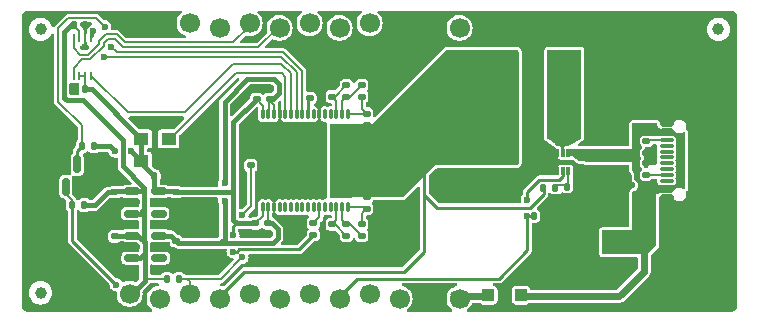
<source format=gtl>
G04 #@! TF.GenerationSoftware,KiCad,Pcbnew,8.0.1-8.0.1-1~ubuntu22.04.1*
G04 #@! TF.CreationDate,2024-09-21T11:56:37+02:00*
G04 #@! TF.ProjectId,NerdNOS,4e657264-4e4f-4532-9e6b-696361645f70,rev?*
G04 #@! TF.SameCoordinates,Original*
G04 #@! TF.FileFunction,Copper,L1,Top*
G04 #@! TF.FilePolarity,Positive*
%FSLAX46Y46*%
G04 Gerber Fmt 4.6, Leading zero omitted, Abs format (unit mm)*
G04 Created by KiCad (PCBNEW 8.0.1-8.0.1-1~ubuntu22.04.1) date 2024-09-21 11:56:37*
%MOMM*%
%LPD*%
G01*
G04 APERTURE LIST*
G04 Aperture macros list*
%AMRoundRect*
0 Rectangle with rounded corners*
0 $1 Rounding radius*
0 $2 $3 $4 $5 $6 $7 $8 $9 X,Y pos of 4 corners*
0 Add a 4 corners polygon primitive as box body*
4,1,4,$2,$3,$4,$5,$6,$7,$8,$9,$2,$3,0*
0 Add four circle primitives for the rounded corners*
1,1,$1+$1,$2,$3*
1,1,$1+$1,$4,$5*
1,1,$1+$1,$6,$7*
1,1,$1+$1,$8,$9*
0 Add four rect primitives between the rounded corners*
20,1,$1+$1,$2,$3,$4,$5,0*
20,1,$1+$1,$4,$5,$6,$7,0*
20,1,$1+$1,$6,$7,$8,$9,0*
20,1,$1+$1,$8,$9,$2,$3,0*%
G04 Aperture macros list end*
G04 #@! TA.AperFunction,SMDPad,CuDef*
%ADD10RoundRect,0.250000X-0.300000X-0.300000X0.300000X-0.300000X0.300000X0.300000X-0.300000X0.300000X0*%
G04 #@! TD*
G04 #@! TA.AperFunction,SMDPad,CuDef*
%ADD11RoundRect,0.150000X-0.512500X-0.150000X0.512500X-0.150000X0.512500X0.150000X-0.512500X0.150000X0*%
G04 #@! TD*
G04 #@! TA.AperFunction,SMDPad,CuDef*
%ADD12RoundRect,0.135000X0.185000X-0.135000X0.185000X0.135000X-0.185000X0.135000X-0.185000X-0.135000X0*%
G04 #@! TD*
G04 #@! TA.AperFunction,SMDPad,CuDef*
%ADD13R,2.700000X7.500000*%
G04 #@! TD*
G04 #@! TA.AperFunction,SMDPad,CuDef*
%ADD14RoundRect,0.140000X0.170000X-0.140000X0.170000X0.140000X-0.170000X0.140000X-0.170000X-0.140000X0*%
G04 #@! TD*
G04 #@! TA.AperFunction,SMDPad,CuDef*
%ADD15RoundRect,0.140000X-0.170000X0.140000X-0.170000X-0.140000X0.170000X-0.140000X0.170000X0.140000X0*%
G04 #@! TD*
G04 #@! TA.AperFunction,ComponentPad*
%ADD16R,1.700000X1.700000*%
G04 #@! TD*
G04 #@! TA.AperFunction,ComponentPad*
%ADD17O,1.700000X1.700000*%
G04 #@! TD*
G04 #@! TA.AperFunction,SMDPad,CuDef*
%ADD18RoundRect,0.250000X-0.475000X0.250000X-0.475000X-0.250000X0.475000X-0.250000X0.475000X0.250000X0*%
G04 #@! TD*
G04 #@! TA.AperFunction,SMDPad,CuDef*
%ADD19RoundRect,0.140000X0.140000X0.170000X-0.140000X0.170000X-0.140000X-0.170000X0.140000X-0.170000X0*%
G04 #@! TD*
G04 #@! TA.AperFunction,SMDPad,CuDef*
%ADD20RoundRect,0.150000X0.150000X-0.587500X0.150000X0.587500X-0.150000X0.587500X-0.150000X-0.587500X0*%
G04 #@! TD*
G04 #@! TA.AperFunction,SMDPad,CuDef*
%ADD21RoundRect,0.135000X-0.185000X0.135000X-0.185000X-0.135000X0.185000X-0.135000X0.185000X0.135000X0*%
G04 #@! TD*
G04 #@! TA.AperFunction,SMDPad,CuDef*
%ADD22RoundRect,0.150000X0.425000X-0.150000X0.425000X0.150000X-0.425000X0.150000X-0.425000X-0.150000X0*%
G04 #@! TD*
G04 #@! TA.AperFunction,SMDPad,CuDef*
%ADD23RoundRect,0.075000X0.500000X-0.075000X0.500000X0.075000X-0.500000X0.075000X-0.500000X-0.075000X0*%
G04 #@! TD*
G04 #@! TA.AperFunction,ComponentPad*
%ADD24O,2.100000X1.000000*%
G04 #@! TD*
G04 #@! TA.AperFunction,ComponentPad*
%ADD25O,1.800000X1.000000*%
G04 #@! TD*
G04 #@! TA.AperFunction,SMDPad,CuDef*
%ADD26RoundRect,0.135000X0.135000X0.185000X-0.135000X0.185000X-0.135000X-0.185000X0.135000X-0.185000X0*%
G04 #@! TD*
G04 #@! TA.AperFunction,SMDPad,CuDef*
%ADD27R,1.300000X1.100000*%
G04 #@! TD*
G04 #@! TA.AperFunction,SMDPad,CuDef*
%ADD28RoundRect,0.250000X-1.100000X0.325000X-1.100000X-0.325000X1.100000X-0.325000X1.100000X0.325000X0*%
G04 #@! TD*
G04 #@! TA.AperFunction,SMDPad,CuDef*
%ADD29C,1.000000*%
G04 #@! TD*
G04 #@! TA.AperFunction,SMDPad,CuDef*
%ADD30RoundRect,0.135000X-0.135000X-0.185000X0.135000X-0.185000X0.135000X0.185000X-0.135000X0.185000X0*%
G04 #@! TD*
G04 #@! TA.AperFunction,SMDPad,CuDef*
%ADD31RoundRect,0.135000X-0.000010X0.295000X-0.000010X-0.295000X0.000010X-0.295000X0.000010X0.295000X0*%
G04 #@! TD*
G04 #@! TA.AperFunction,SMDPad,CuDef*
%ADD32R,1.850000X6.300000*%
G04 #@! TD*
G04 #@! TA.AperFunction,SMDPad,CuDef*
%ADD33R,5.550000X6.300000*%
G04 #@! TD*
G04 #@! TA.AperFunction,SMDPad,CuDef*
%ADD34R,0.254000X0.762000*%
G04 #@! TD*
G04 #@! TA.AperFunction,SMDPad,CuDef*
%ADD35RoundRect,0.075000X-0.075000X0.275000X-0.075000X-0.275000X0.075000X-0.275000X0.075000X0.275000X0*%
G04 #@! TD*
G04 #@! TA.AperFunction,ComponentPad*
%ADD36C,1.700000*%
G04 #@! TD*
G04 #@! TA.AperFunction,ViaPad*
%ADD37C,0.600000*%
G04 #@! TD*
G04 #@! TA.AperFunction,Conductor*
%ADD38C,0.400000*%
G04 #@! TD*
G04 #@! TA.AperFunction,Conductor*
%ADD39C,0.200000*%
G04 #@! TD*
G04 #@! TA.AperFunction,Conductor*
%ADD40C,0.254000*%
G04 #@! TD*
G04 #@! TA.AperFunction,Conductor*
%ADD41C,0.600000*%
G04 #@! TD*
G04 APERTURE END LIST*
D10*
X119800000Y-77600000D03*
X122600000Y-77600000D03*
D11*
X89662500Y-72550001D03*
X89662500Y-73500000D03*
X89662500Y-74449999D03*
X91937500Y-74449999D03*
X91937500Y-72550001D03*
D12*
X133165000Y-65550000D03*
X133165000Y-64530000D03*
D13*
X126200000Y-60600000D03*
X120400000Y-60600000D03*
D14*
X100200000Y-60980000D03*
X100200000Y-60020000D03*
D15*
X109100000Y-59820000D03*
X109100000Y-60780000D03*
D16*
X130340000Y-73100000D03*
D17*
X127800000Y-73100000D03*
D18*
X121600000Y-65800000D03*
X121600000Y-67700000D03*
D19*
X85680000Y-54750400D03*
X84720000Y-54750400D03*
D20*
X84050000Y-68404999D03*
X85950000Y-68404999D03*
X85000000Y-66529999D03*
D15*
X106600000Y-59820000D03*
X106600000Y-60780000D03*
D21*
X133165000Y-66430000D03*
X133165000Y-67450000D03*
D15*
X88200000Y-72620000D03*
X88200000Y-73580000D03*
D21*
X105000000Y-71490001D03*
X105000000Y-72509999D03*
D22*
X134910000Y-69390000D03*
X134910000Y-68590000D03*
D23*
X134910000Y-67440000D03*
X134910000Y-66440000D03*
X134910000Y-65940000D03*
X134910000Y-64940000D03*
D22*
X134910000Y-62990000D03*
X134910000Y-63790000D03*
D23*
X134910000Y-64440000D03*
X134910000Y-65440000D03*
X134910000Y-66940000D03*
X134910000Y-67940000D03*
D24*
X135485000Y-70510000D03*
D25*
X139665000Y-70510000D03*
D24*
X135485000Y-61870000D03*
D25*
X139665000Y-61870000D03*
D15*
X106600000Y-71600000D03*
X106600000Y-72560000D03*
X100100000Y-71520000D03*
X100100000Y-72480000D03*
X107800000Y-71600000D03*
X107800000Y-72560000D03*
D26*
X93610000Y-76200000D03*
X92590000Y-76200000D03*
D15*
X107800000Y-59820000D03*
X107800000Y-60780000D03*
D18*
X131200000Y-65750000D03*
X131200000Y-67650000D03*
D27*
X90445000Y-66265000D03*
X92745000Y-66265000D03*
X92745000Y-64365000D03*
X90445000Y-64365000D03*
D18*
X129200000Y-65750000D03*
X129200000Y-67650000D03*
X119500000Y-65800000D03*
X119500000Y-67700000D03*
D19*
X92495000Y-67515000D03*
X91535000Y-67515000D03*
D28*
X116700000Y-64825000D03*
X116700000Y-67775000D03*
D15*
X93362500Y-68870001D03*
X93362500Y-69830001D03*
D29*
X139300000Y-55100000D03*
D19*
X85680000Y-60150400D03*
X84720000Y-60150400D03*
D14*
X101300000Y-60980000D03*
X101300000Y-60020000D03*
D30*
X85390000Y-65000000D03*
X86410000Y-65000000D03*
D26*
X125500000Y-68500000D03*
X124480000Y-68500000D03*
D31*
X107900000Y-62265400D03*
X107420000Y-62265400D03*
X106940000Y-62265400D03*
X106460000Y-62265400D03*
X105980000Y-62265400D03*
X105500000Y-62265400D03*
X105020000Y-62265400D03*
X104540000Y-62265400D03*
X104060000Y-62265400D03*
X103580000Y-62265400D03*
X103100000Y-62265400D03*
X102620000Y-62265400D03*
X102140000Y-62265400D03*
X101660000Y-62265400D03*
X101180000Y-62265400D03*
X100700000Y-62265400D03*
X100700000Y-70134600D03*
X101180000Y-70134600D03*
X101660000Y-70134600D03*
X102140000Y-70134600D03*
X102620000Y-70134600D03*
X103100000Y-70134600D03*
X103580000Y-70134600D03*
X104060000Y-70134600D03*
X104540000Y-70134600D03*
X105020000Y-70134600D03*
X105500000Y-70134600D03*
X105980000Y-70134600D03*
X106460000Y-70134600D03*
X106940000Y-70134600D03*
X107420000Y-70134600D03*
X107900000Y-70134600D03*
D32*
X107300000Y-66200000D03*
D33*
X103100000Y-66200000D03*
D34*
X86200252Y-55850400D03*
X85700126Y-55850400D03*
X85200000Y-55850400D03*
X84699874Y-55850400D03*
X84699874Y-59000000D03*
X85200000Y-59000000D03*
X85700126Y-59000000D03*
X86200252Y-59000000D03*
D15*
X88162500Y-68870001D03*
X88162500Y-69830001D03*
X93400000Y-73020000D03*
X93400000Y-73980000D03*
X109100000Y-71600000D03*
X109100000Y-72560000D03*
D29*
X81900000Y-77400000D03*
D21*
X104700000Y-59890000D03*
X104700000Y-60910000D03*
D15*
X109500000Y-69320000D03*
X109500000Y-70280000D03*
D21*
X99700000Y-65590000D03*
X99700000Y-66610000D03*
D11*
X89625000Y-68800002D03*
X89625000Y-69750001D03*
X89625000Y-70700000D03*
X91900000Y-70700000D03*
X91900000Y-68800002D03*
D26*
X127510000Y-68400000D03*
X126490000Y-68400000D03*
D15*
X109500000Y-62220000D03*
X109500000Y-63180000D03*
X101200000Y-71520000D03*
X101200000Y-72480000D03*
D35*
X126600000Y-65550000D03*
X126100000Y-65550000D03*
X125600000Y-65550000D03*
X125600000Y-67050000D03*
X126100000Y-67050000D03*
X126600000Y-67050000D03*
D29*
X81900000Y-55100000D03*
D15*
X127700000Y-65820000D03*
X127700000Y-66780000D03*
D26*
X85610000Y-69967499D03*
X84590000Y-69967499D03*
D30*
X123680000Y-70880000D03*
X124700000Y-70880000D03*
D36*
X89440000Y-77490000D03*
X91980000Y-77890000D03*
X94520000Y-77490000D03*
X97060000Y-77890000D03*
X99600000Y-77490000D03*
X102140000Y-77890000D03*
X104680000Y-77490000D03*
X107220000Y-77890000D03*
X109760000Y-77490000D03*
X112300000Y-77890000D03*
X114840000Y-77490000D03*
X117380000Y-77890000D03*
X117380000Y-54970000D03*
X114840000Y-54570000D03*
X112300000Y-54970000D03*
X109760000Y-54570000D03*
X107220000Y-54970000D03*
X104680000Y-54570000D03*
X102140000Y-54970000D03*
X99600000Y-54570000D03*
X97060000Y-54970000D03*
X94520000Y-54570000D03*
X91980000Y-54970000D03*
X89440000Y-54570000D03*
D37*
X89600000Y-65400000D03*
X98200000Y-73900000D03*
X88200000Y-65400000D03*
X98200000Y-72500000D03*
X124300000Y-67200000D03*
X131300000Y-68300000D03*
X125600000Y-66300000D03*
X99400000Y-65100000D03*
X104050000Y-65700000D03*
X101050000Y-64700000D03*
X88837500Y-73500000D03*
X105050000Y-66700000D03*
X88700000Y-69750001D03*
X127200000Y-67800000D03*
X125000000Y-65800000D03*
X122900000Y-65100000D03*
X104050000Y-64700000D03*
X105050000Y-63700000D03*
X124300000Y-65100000D03*
X101050000Y-68700000D03*
X122900000Y-65800000D03*
X104800000Y-59300000D03*
X102050000Y-66700000D03*
X103050000Y-63700000D03*
X121250000Y-68450000D03*
X103050000Y-68700000D03*
X103050000Y-64700000D03*
X105050000Y-68700000D03*
X123600000Y-65100000D03*
X106600000Y-59300008D03*
X104050000Y-63700000D03*
X104050000Y-66700000D03*
X101050000Y-65700000D03*
X127700000Y-67300000D03*
X93337500Y-74450001D03*
X85703276Y-56567732D03*
X101050000Y-63700000D03*
X122000000Y-68450000D03*
X128500000Y-68300000D03*
X119000000Y-68450000D03*
X102050000Y-64700000D03*
X92150604Y-66912971D03*
X100800000Y-60020000D03*
X125150000Y-70850000D03*
X130600000Y-68300000D03*
X118200000Y-68500000D03*
X103050000Y-66700000D03*
X105050000Y-67700000D03*
X133800000Y-66290000D03*
X125000000Y-65100000D03*
X125000000Y-67200000D03*
X105050000Y-64700000D03*
X100700000Y-72480000D03*
X102050000Y-68700000D03*
X120500000Y-68450000D03*
X116700000Y-68500000D03*
X92295000Y-65515000D03*
X117450000Y-68500000D03*
X101050000Y-67700000D03*
X119750000Y-68450000D03*
X104050000Y-68700000D03*
X103050000Y-67700000D03*
X104050000Y-67700000D03*
X129200000Y-68300000D03*
X84650000Y-60164644D03*
X106600000Y-73100000D03*
X115900000Y-68500000D03*
X102050000Y-67700000D03*
X105050000Y-65700000D03*
X133800000Y-65390000D03*
X129900000Y-68300000D03*
X124300000Y-65800000D03*
X132000000Y-68300000D03*
X102050000Y-63700000D03*
X123600000Y-65800000D03*
X101050000Y-66700000D03*
X102050000Y-65700000D03*
X103050000Y-65700000D03*
X93400000Y-70400002D03*
X86500000Y-68029999D03*
X97500000Y-68100000D03*
X97500000Y-69600000D03*
X123100000Y-69499996D03*
X123100000Y-70854000D03*
X87900000Y-56550000D03*
X87327674Y-54864687D03*
X98966669Y-74400000D03*
X98966669Y-70820000D03*
X86371817Y-55246412D03*
X87300000Y-57432774D03*
X88300000Y-76700000D03*
D38*
X86230400Y-60150400D02*
X85680000Y-60150400D01*
X90445000Y-66425000D02*
X91535000Y-67515000D01*
D39*
X85700126Y-60130274D02*
X85680000Y-60150400D01*
D38*
X98200000Y-69000000D02*
X98070001Y-68870001D01*
X90445000Y-64365000D02*
X90445000Y-65400000D01*
X98070001Y-68870001D02*
X93362500Y-68870001D01*
X98216669Y-62963331D02*
X98216669Y-71216669D01*
D40*
X103786999Y-73723000D02*
X98686246Y-73723000D01*
X98200000Y-71800000D02*
X98480000Y-71520000D01*
D38*
X87800000Y-65000000D02*
X88200000Y-65400000D01*
X89600000Y-65400000D02*
X89600000Y-65420000D01*
D39*
X85700126Y-59000000D02*
X85700126Y-60130274D01*
D38*
X100200000Y-60980000D02*
X98216669Y-62963331D01*
X90445000Y-65400000D02*
X90445000Y-66265000D01*
D40*
X98686246Y-73723000D02*
X98509246Y-73900000D01*
D39*
X100100000Y-71520000D02*
X100700000Y-70920000D01*
D40*
X98509246Y-73900000D02*
X98200000Y-73900000D01*
D38*
X91900000Y-68800002D02*
X91535000Y-68435002D01*
X91900000Y-68800002D02*
X93292501Y-68800002D01*
D39*
X100700000Y-62265400D02*
X100700000Y-61470000D01*
D40*
X105000000Y-72509999D02*
X103786999Y-73723000D01*
D38*
X90445000Y-66265000D02*
X90445000Y-66425000D01*
X99126008Y-71520000D02*
X100100000Y-71520000D01*
X86700000Y-65000000D02*
X87800000Y-65000000D01*
D40*
X98480000Y-71520000D02*
X99126008Y-71520000D01*
D39*
X100700000Y-70920000D02*
X100700000Y-70134600D01*
D38*
X98520000Y-71520000D02*
X99126008Y-71520000D01*
X90445000Y-64365000D02*
X86230400Y-60150400D01*
D39*
X85700126Y-59000000D02*
X85200000Y-59000000D01*
D38*
X91535000Y-68435002D02*
X91535000Y-67515000D01*
D39*
X100690000Y-61470000D02*
X100200000Y-60980000D01*
D38*
X98216669Y-71216669D02*
X98520000Y-71520000D01*
X86410000Y-65000000D02*
X86700000Y-65000000D01*
X89600000Y-65420000D02*
X90445000Y-66265000D01*
D40*
X98200000Y-72500000D02*
X98200000Y-71800000D01*
D39*
X100700000Y-61470000D02*
X100690000Y-61470000D01*
D38*
X93292501Y-68800002D02*
X93362500Y-68870001D01*
D39*
X99400000Y-65290000D02*
X99400000Y-65100000D01*
D41*
X129200000Y-67650000D02*
X131200000Y-67650000D01*
D38*
X89625000Y-69750001D02*
X88242500Y-69750001D01*
D39*
X133800000Y-65390000D02*
X133325000Y-65390000D01*
D41*
X119500000Y-67700000D02*
X119500000Y-68200000D01*
X121600000Y-68100000D02*
X121250000Y-68450000D01*
D39*
X134910000Y-69390000D02*
X134910000Y-69935000D01*
D38*
X126888248Y-66300000D02*
X125600000Y-66300000D01*
D39*
X92150604Y-67170604D02*
X92495000Y-67515000D01*
X127510000Y-68110000D02*
X127200000Y-67800000D01*
X102050000Y-67450000D02*
X102050000Y-67250000D01*
X125600000Y-67050000D02*
X125600000Y-65550000D01*
X85950000Y-68404999D02*
X86325000Y-68029999D01*
X106600000Y-59820000D02*
X106600000Y-59300008D01*
X101660000Y-68840000D02*
X102050000Y-68450000D01*
X103050000Y-66250000D02*
X103100000Y-66200000D01*
X101660000Y-70134600D02*
X101660000Y-69090000D01*
X102050000Y-68450000D02*
X101660000Y-68060000D01*
D41*
X121600000Y-67700000D02*
X120500000Y-67700000D01*
X121600000Y-67700000D02*
X122100000Y-67200000D01*
X123820000Y-66480000D02*
X124100000Y-66480000D01*
D39*
X105500000Y-62265400D02*
X105500000Y-63250000D01*
D38*
X93400000Y-73980000D02*
X93400000Y-74387501D01*
D39*
X86325000Y-68029999D02*
X86500000Y-68029999D01*
D41*
X122000000Y-68100000D02*
X121600000Y-67700000D01*
X122000000Y-68450000D02*
X122100000Y-68450000D01*
X123100000Y-67200000D02*
X123820000Y-66480000D01*
D39*
X133800000Y-66290000D02*
X133660000Y-66430000D01*
X92150604Y-66912971D02*
X92150604Y-67170604D01*
X134910000Y-62990000D02*
X134910000Y-62445000D01*
X102850000Y-66450000D02*
X103050000Y-66450000D01*
D41*
X128250000Y-67650000D02*
X129200000Y-67650000D01*
X121600000Y-67700000D02*
X121600000Y-68100000D01*
D39*
X106600000Y-72560000D02*
X106600000Y-73100000D01*
X102140000Y-63610000D02*
X102050000Y-63700000D01*
D41*
X127700000Y-67100000D02*
X128250000Y-67650000D01*
D39*
X101300000Y-60020000D02*
X100200000Y-60020000D01*
D38*
X93362500Y-70362502D02*
X93400000Y-70400002D01*
X88242500Y-69750001D02*
X88162500Y-69830001D01*
D39*
X102140000Y-62265400D02*
X102140000Y-63610000D01*
X105500000Y-63250000D02*
X105050000Y-63700000D01*
D41*
X119500000Y-67950000D02*
X119000000Y-68450000D01*
X119500000Y-68200000D02*
X119750000Y-68450000D01*
X116925000Y-67700000D02*
X116700000Y-67475000D01*
D38*
X127700000Y-66780000D02*
X127368248Y-66780000D01*
D39*
X92295000Y-65515000D02*
X92295000Y-65595000D01*
D38*
X127368248Y-66780000D02*
X126888248Y-66300000D01*
D41*
X119500000Y-67700000D02*
X119500000Y-67950000D01*
D39*
X101850000Y-67450000D02*
X102050000Y-67450000D01*
X125120000Y-70880000D02*
X125150000Y-70850000D01*
D41*
X120500000Y-67700000D02*
X119500000Y-67700000D01*
D39*
X133660000Y-66430000D02*
X133165000Y-66430000D01*
X99700000Y-65590000D02*
X99400000Y-65290000D01*
X101660000Y-69090000D02*
X102050000Y-68700000D01*
X101660000Y-68060000D02*
X101660000Y-67640000D01*
X124700000Y-70880000D02*
X125120000Y-70880000D01*
D41*
X127700000Y-66780000D02*
X127700000Y-67100000D01*
D39*
X102050000Y-67250000D02*
X102850000Y-66450000D01*
X100100000Y-72480000D02*
X101200000Y-72480000D01*
D38*
X93362500Y-69830001D02*
X93362500Y-70362502D01*
D39*
X103050000Y-66450000D02*
X103050000Y-66250000D01*
X101660000Y-67640000D02*
X101850000Y-67450000D01*
X134910000Y-69935000D02*
X135485000Y-70510000D01*
D41*
X119500000Y-67700000D02*
X116925000Y-67700000D01*
D38*
X88280000Y-73500000D02*
X88200000Y-73580000D01*
D40*
X104700000Y-59400000D02*
X104800000Y-59300000D01*
D41*
X125420000Y-66480000D02*
X125600000Y-66300000D01*
X120500000Y-67700000D02*
X120500000Y-68450000D01*
X124100000Y-66480000D02*
X125420000Y-66480000D01*
X122100000Y-67200000D02*
X123100000Y-67200000D01*
D39*
X84720000Y-60150400D02*
X84664244Y-60150400D01*
D40*
X104700000Y-59890000D02*
X104700000Y-59400000D01*
D41*
X122000000Y-68450000D02*
X122000000Y-68100000D01*
D39*
X127510000Y-68300000D02*
X127510000Y-68110000D01*
X134910000Y-62445000D02*
X135485000Y-61870000D01*
X92705000Y-66005000D02*
X93295000Y-66005000D01*
D38*
X89662500Y-73500000D02*
X88280000Y-73500000D01*
D39*
X92295000Y-65595000D02*
X92705000Y-66005000D01*
X85700126Y-56564582D02*
X85703276Y-56567732D01*
X85700126Y-55850400D02*
X85700126Y-54770526D01*
X85700126Y-55850400D02*
X85700126Y-56564582D01*
X85700126Y-54770526D02*
X85680000Y-54750400D01*
X84664244Y-60150400D02*
X84650000Y-60164644D01*
D38*
X93400000Y-74387501D02*
X93337500Y-74450001D01*
D39*
X106940000Y-61120000D02*
X106600000Y-60780000D01*
X106940000Y-62265400D02*
X106940000Y-61120000D01*
X106600000Y-60780000D02*
X106840000Y-60780000D01*
X106840000Y-60780000D02*
X107800000Y-59820000D01*
X107420000Y-61160000D02*
X107800000Y-60780000D01*
X107420000Y-62265400D02*
X107420000Y-61160000D01*
X108140000Y-60780000D02*
X109100000Y-59820000D01*
X107800000Y-60780000D02*
X108140000Y-60780000D01*
D38*
X93580000Y-73200000D02*
X93400000Y-73020000D01*
X97500000Y-61200000D02*
X97500000Y-68100000D01*
X101200000Y-71520000D02*
X101509999Y-71520000D01*
X91937500Y-72550001D02*
X92930001Y-72550001D01*
X102000000Y-72757556D02*
X101561556Y-73196000D01*
D39*
X101351471Y-61180000D02*
X101660000Y-61488529D01*
X101219264Y-62226136D02*
X101219264Y-61140736D01*
D38*
X102000000Y-72010001D02*
X102000000Y-72757556D01*
X101609999Y-60980000D02*
X102100000Y-60489999D01*
D39*
X101219264Y-61140736D02*
X101258528Y-61180000D01*
D38*
X101300000Y-60980000D02*
X101609999Y-60980000D01*
D39*
X101180000Y-71080000D02*
X101180000Y-70134600D01*
D38*
X102100000Y-60489999D02*
X102100000Y-59742444D01*
X92930001Y-72550001D02*
X93400000Y-73020000D01*
D39*
X101660000Y-61488529D02*
X101660000Y-62265400D01*
D38*
X101561556Y-73196000D02*
X98467956Y-73196000D01*
X97500000Y-72800000D02*
X97500000Y-69600000D01*
X101657556Y-59300000D02*
X99400000Y-59300000D01*
X98467956Y-73196000D02*
X98463955Y-73200000D01*
D39*
X101258528Y-61180000D02*
X101351471Y-61180000D01*
X101180000Y-71240000D02*
X101180000Y-71080000D01*
D38*
X102100000Y-59742444D02*
X101657556Y-59300000D01*
X101509999Y-71520000D02*
X102000000Y-72010001D01*
X99400000Y-59300000D02*
X97500000Y-61200000D01*
X97100000Y-73200000D02*
X97500000Y-72800000D01*
D39*
X101180000Y-62265400D02*
X101219264Y-62226136D01*
D38*
X98463955Y-73200000D02*
X93580000Y-73200000D01*
D39*
X109100000Y-61820000D02*
X109500000Y-62220000D01*
X109454600Y-62265400D02*
X109500000Y-62220000D01*
X107900000Y-62265400D02*
X109454600Y-62265400D01*
X109100000Y-60780000D02*
X109100000Y-61820000D01*
D40*
X114400000Y-69100000D02*
X114400000Y-73900000D01*
X123380423Y-70177000D02*
X115477000Y-70177000D01*
X124490000Y-69067423D02*
X123380423Y-70177000D01*
X112700000Y-75600000D02*
X99150000Y-75600000D01*
X115477000Y-70177000D02*
X114400000Y-69100000D01*
X116700000Y-64825000D02*
X114400000Y-67125000D01*
X124490000Y-68400000D02*
X124490000Y-69067423D01*
X114400000Y-73900000D02*
X112700000Y-75600000D01*
X114400000Y-67125000D02*
X114400000Y-69100000D01*
X99150000Y-75600000D02*
X97060000Y-77690000D01*
D39*
X109100000Y-71600000D02*
X109100000Y-70680000D01*
X109354600Y-70134600D02*
X109500000Y-70280000D01*
X109100000Y-70680000D02*
X109500000Y-70280000D01*
X107900000Y-70134600D02*
X109354600Y-70134600D01*
X107800000Y-71600000D02*
X108140000Y-71600000D01*
X108140000Y-71600000D02*
X109100000Y-72560000D01*
X107420000Y-71220000D02*
X107800000Y-71600000D01*
X107420000Y-70134600D02*
X107420000Y-71220000D01*
X106840000Y-71600000D02*
X107800000Y-72560000D01*
X106940000Y-71260000D02*
X106600000Y-71600000D01*
X106940000Y-70134600D02*
X106940000Y-71260000D01*
X106600000Y-71600000D02*
X106840000Y-71600000D01*
D38*
X88269999Y-72550001D02*
X88200000Y-72620000D01*
X89625000Y-68800002D02*
X88232499Y-68800002D01*
X86500000Y-70000000D02*
X86200000Y-70000000D01*
X83900000Y-60889950D02*
X83900000Y-55290401D01*
X88232499Y-68800002D02*
X88162500Y-68870001D01*
X84440001Y-54750400D02*
X84720000Y-54750400D01*
D39*
X85200000Y-55230400D02*
X84720000Y-54750400D01*
D38*
X88900000Y-66700002D02*
X88900000Y-64500000D01*
X83900000Y-55290401D02*
X84440001Y-54750400D01*
X90687500Y-68512502D02*
X90700000Y-68500002D01*
X90725000Y-74049998D02*
X90725000Y-73118026D01*
X90550000Y-76580000D02*
X89440000Y-77690000D01*
X90687500Y-70299999D02*
X90687500Y-68512502D01*
X90400000Y-68800002D02*
X89625000Y-68800002D01*
X89662500Y-74449999D02*
X90324999Y-74449999D01*
X90725000Y-76405000D02*
X89440000Y-77690000D01*
X90287499Y-70700000D02*
X90687500Y-70299999D01*
X90687500Y-73080526D02*
X90725000Y-73118026D01*
X90324999Y-74449999D02*
X90725000Y-74049998D01*
X86167499Y-69967499D02*
X85610000Y-69967499D01*
X86200000Y-70000000D02*
X86167499Y-69967499D01*
X87629999Y-68870001D02*
X86500000Y-70000000D01*
X90725000Y-73118026D02*
X90156975Y-72550001D01*
X85500000Y-61100000D02*
X84110050Y-61100000D01*
X90700000Y-68500002D02*
X88900000Y-66700002D01*
X90156975Y-72550001D02*
X89662500Y-72550001D01*
X88900000Y-64500000D02*
X85500000Y-61100000D01*
X88162500Y-68870001D02*
X87629999Y-68870001D01*
X90725000Y-74049998D02*
X90725000Y-76405000D01*
X84110050Y-61100000D02*
X83900000Y-60889950D01*
X89625000Y-70700000D02*
X90287499Y-70700000D01*
X90700000Y-68500002D02*
X90400000Y-68800002D01*
X90687500Y-70299999D02*
X90687500Y-73080526D01*
D39*
X85200000Y-55850400D02*
X85200000Y-55230400D01*
X92590000Y-76200000D02*
X90850000Y-76200000D01*
D38*
X89662500Y-72550001D02*
X88269999Y-72550001D01*
D40*
X107220000Y-77690000D02*
X108710000Y-76200000D01*
X124141076Y-67840000D02*
X123100000Y-68881076D01*
X126100000Y-67050000D02*
X126100000Y-67540000D01*
X123100000Y-70854000D02*
X123654000Y-70854000D01*
X123100000Y-73800000D02*
X123100000Y-70854000D01*
X123654000Y-70854000D02*
X123680000Y-70880000D01*
X120700000Y-76200000D02*
X123100000Y-73800000D01*
X125800000Y-67840000D02*
X124141076Y-67840000D01*
X126100000Y-67540000D02*
X125800000Y-67840000D01*
X123100000Y-68881076D02*
X123100000Y-69499996D01*
X108710000Y-76200000D02*
X120700000Y-76200000D01*
D39*
X105500000Y-70990001D02*
X105500000Y-70045000D01*
X105000000Y-71490001D02*
X105500000Y-70990001D01*
X83400000Y-55000000D02*
X84259600Y-54140400D01*
X85400000Y-64967499D02*
X85400000Y-63200000D01*
X104060000Y-58655837D02*
X102404163Y-57000000D01*
X86603387Y-54140400D02*
X87327674Y-54864687D01*
X83400000Y-61200000D02*
X83400000Y-55000000D01*
X85400000Y-63200000D02*
X83400000Y-61200000D01*
X104060000Y-62265400D02*
X104060000Y-58655837D01*
X84259600Y-54140400D02*
X86603387Y-54140400D01*
X102404163Y-57000000D02*
X88350000Y-57000000D01*
X88350000Y-57000000D02*
X87900000Y-56550000D01*
D40*
X85000000Y-66529999D02*
X85000000Y-65367499D01*
X85000000Y-65367499D02*
X85400000Y-64967499D01*
D39*
X102307106Y-58800000D02*
X98410000Y-58800000D01*
X98410000Y-58800000D02*
X92845000Y-64365000D01*
X102620000Y-59112894D02*
X102307106Y-58800000D01*
X92845000Y-64365000D02*
X92745000Y-64365000D01*
X102620000Y-62265400D02*
X102620000Y-59112894D01*
X99700000Y-70086669D02*
X99700000Y-66610000D01*
X98966669Y-70820000D02*
X99700000Y-70086669D01*
X94520000Y-76420000D02*
X94300000Y-76200000D01*
X97166669Y-76200000D02*
X98966669Y-74400000D01*
X94300000Y-76200000D02*
X93610000Y-76200000D01*
X93610000Y-76200000D02*
X97166669Y-76200000D01*
X94520000Y-77690000D02*
X94520000Y-76420000D01*
X133175000Y-67440000D02*
X134910000Y-67440000D01*
X133175000Y-64440000D02*
X134910000Y-64440000D01*
X102271250Y-57432774D02*
X87300000Y-57432774D01*
X103580000Y-58741524D02*
X102271250Y-57432774D01*
X86371817Y-55246412D02*
X86371817Y-55678835D01*
X103580000Y-62265400D02*
X103580000Y-58741524D01*
X86371817Y-55678835D02*
X86200252Y-55850400D01*
X102272791Y-58000000D02*
X98200000Y-58000000D01*
X94100000Y-62100000D02*
X89300252Y-62100000D01*
X103100000Y-58827210D02*
X102272791Y-58000000D01*
X98200000Y-58000000D02*
X94100000Y-62100000D01*
X103100000Y-62265400D02*
X103100000Y-58827210D01*
X89300252Y-62100000D02*
X86200252Y-59000000D01*
D40*
X104540000Y-61070000D02*
X104700000Y-60910000D01*
X104540000Y-62265400D02*
X104540000Y-61070000D01*
D39*
X84050000Y-68504999D02*
X84050000Y-69017499D01*
D40*
X84590000Y-72990000D02*
X84590000Y-69967499D01*
D39*
X84050000Y-69017499D02*
X84500000Y-69467499D01*
D40*
X84590000Y-72990000D02*
X88300000Y-76700000D01*
D39*
X84590000Y-69967499D02*
X84590000Y-69557499D01*
X84590000Y-69557499D02*
X84500000Y-69467499D01*
X125510000Y-68300000D02*
X126590000Y-68300000D01*
X126600000Y-67050000D02*
X126600000Y-68290000D01*
X126590000Y-68300000D02*
X126600000Y-68290000D01*
X84699874Y-58375389D02*
X84699874Y-59000000D01*
X100310000Y-56600000D02*
X88869239Y-56600000D01*
X87250000Y-56280761D02*
X87250000Y-56472281D01*
X88869239Y-56600000D02*
X88169239Y-55900000D01*
X87630761Y-55900000D02*
X87250000Y-56280761D01*
X85450063Y-57625200D02*
X84699874Y-58375389D01*
X102140000Y-54770000D02*
X100310000Y-56600000D01*
X88169239Y-55900000D02*
X87630761Y-55900000D01*
X86097081Y-57625200D02*
X85450063Y-57625200D01*
X87250000Y-56472281D02*
X86097081Y-57625200D01*
X85284378Y-57225200D02*
X84699874Y-56640696D01*
X86850000Y-56306596D02*
X85931396Y-57225200D01*
X86850000Y-56115076D02*
X86850000Y-56306596D01*
X99600000Y-54770000D02*
X98170000Y-56200000D01*
X88334924Y-55500000D02*
X87465075Y-55500000D01*
X85931396Y-57225200D02*
X85284378Y-57225200D01*
X89034924Y-56200000D02*
X88334924Y-55500000D01*
X87465075Y-55500000D02*
X86850000Y-56115076D01*
X98170000Y-56200000D02*
X89034924Y-56200000D01*
X84699874Y-56640696D02*
X84699874Y-55850400D01*
D41*
X133015000Y-70022500D02*
X133000000Y-70037500D01*
D38*
X127256776Y-65820000D02*
X126986776Y-65550000D01*
D41*
X133000000Y-75600000D02*
X130900000Y-77700000D01*
X133000000Y-70037500D02*
X133000000Y-72600000D01*
X132500000Y-73100000D02*
X133000000Y-72600000D01*
X133000000Y-72600000D02*
X133000000Y-75600000D01*
X129200000Y-65750000D02*
X131200000Y-65750000D01*
D38*
X127700000Y-65820000D02*
X127256776Y-65820000D01*
D41*
X133015000Y-68590000D02*
X133015000Y-70022500D01*
X130340000Y-73100000D02*
X132500000Y-73100000D01*
X134910000Y-63790000D02*
X134211606Y-63790000D01*
X129130000Y-65820000D02*
X129200000Y-65750000D01*
X134910000Y-68590000D02*
X133015000Y-68590000D01*
X130900000Y-77700000D02*
X122950000Y-77700000D01*
X127700000Y-65820000D02*
X129130000Y-65820000D01*
X122950000Y-77700000D02*
X122850000Y-77600000D01*
X134181606Y-63760000D02*
X132545000Y-63760000D01*
X134910000Y-68590000D02*
X135237563Y-68590000D01*
D38*
X126986776Y-65550000D02*
X126670000Y-65550000D01*
D41*
X134211606Y-63790000D02*
X134181606Y-63760000D01*
D39*
X116690000Y-77500000D02*
X116890000Y-77300000D01*
D41*
X119150000Y-77700000D02*
X117570000Y-77700000D01*
X117560000Y-77510000D02*
X117380000Y-77690000D01*
X117570000Y-77700000D02*
X117380000Y-77890000D01*
G04 #@! TA.AperFunction,Conductor*
G36*
X132000000Y-66300000D02*
G01*
X128092632Y-66300000D01*
X128036338Y-66286485D01*
X127992175Y-66263983D01*
X127992174Y-66263982D01*
X127992171Y-66263981D01*
X127900735Y-66249500D01*
X127863441Y-66249500D01*
X127831348Y-66245275D01*
X127807105Y-66238779D01*
X127772475Y-66229500D01*
X127627525Y-66229500D01*
X127627521Y-66229500D01*
X127568647Y-66245275D01*
X127536556Y-66249500D01*
X127526213Y-66249500D01*
X127459174Y-66229815D01*
X127438532Y-66213181D01*
X127164864Y-65939513D01*
X127164862Y-65939511D01*
X127109208Y-65907379D01*
X127062136Y-65880201D01*
X127050028Y-65876957D01*
X127037921Y-65873713D01*
X127037918Y-65873712D01*
X126984840Y-65859490D01*
X126947557Y-65849500D01*
X126947556Y-65849500D01*
X126624500Y-65849500D01*
X126557461Y-65829815D01*
X126511706Y-65777011D01*
X126500500Y-65725500D01*
X126500499Y-65324000D01*
X126520183Y-65256961D01*
X126572987Y-65211206D01*
X126624499Y-65200000D01*
X132000000Y-65200000D01*
X132000000Y-66300000D01*
G37*
G04 #@! TD.AperFunction*
G04 #@! TA.AperFunction,Conductor*
G36*
X122161980Y-56802383D02*
G01*
X122221480Y-56814218D01*
X122266175Y-56832730D01*
X122306272Y-56859522D01*
X122340477Y-56893727D01*
X122367267Y-56933822D01*
X122385781Y-56978517D01*
X122397617Y-57038022D01*
X122400000Y-57062210D01*
X122400000Y-65051854D01*
X122398738Y-65069500D01*
X122394353Y-65099999D01*
X122398738Y-65130498D01*
X122400000Y-65148145D01*
X122400000Y-65751854D01*
X122398738Y-65769500D01*
X122394353Y-65799999D01*
X122398738Y-65830498D01*
X122400000Y-65848145D01*
X122400000Y-66337789D01*
X122397617Y-66361982D01*
X122385781Y-66421482D01*
X122367267Y-66466179D01*
X122340481Y-66506268D01*
X122306269Y-66540479D01*
X122271975Y-66563394D01*
X122266179Y-66567267D01*
X122221482Y-66585781D01*
X122187857Y-66592469D01*
X122161978Y-66597617D01*
X122137789Y-66600000D01*
X115300000Y-66600000D01*
X115226780Y-66673219D01*
X115226774Y-66673224D01*
X115226773Y-66673225D01*
X112681858Y-69218141D01*
X112663067Y-69233562D01*
X112612625Y-69267266D01*
X112567928Y-69285781D01*
X112533777Y-69292574D01*
X112508425Y-69297617D01*
X112484236Y-69300000D01*
X110000000Y-69300000D01*
X106652628Y-69300000D01*
X106628412Y-69297612D01*
X106619656Y-69295868D01*
X106568854Y-69285752D01*
X106524119Y-69267201D01*
X106484006Y-69240364D01*
X106449786Y-69206089D01*
X106423012Y-69165931D01*
X106404535Y-69121168D01*
X106392771Y-69061585D01*
X106390423Y-69037381D01*
X106394355Y-66600000D01*
X106399577Y-63361792D01*
X106401994Y-63337634D01*
X106413901Y-63278211D01*
X106432449Y-63233581D01*
X106459256Y-63193549D01*
X106493456Y-63159405D01*
X106533527Y-63132666D01*
X106578179Y-63114191D01*
X106637637Y-63102376D01*
X106661797Y-63100000D01*
X109896449Y-63100000D01*
X110000000Y-63100000D01*
X116218146Y-56881853D01*
X116236927Y-56866440D01*
X116287376Y-56832732D01*
X116332071Y-56814218D01*
X116391573Y-56802383D01*
X116415764Y-56800000D01*
X122137789Y-56800000D01*
X122161980Y-56802383D01*
G37*
G04 #@! TD.AperFunction*
G04 #@! TA.AperFunction,Conductor*
G36*
X134077539Y-63019685D02*
G01*
X134123294Y-63072489D01*
X134134500Y-63124000D01*
X134134500Y-63173260D01*
X134144426Y-63241391D01*
X134195803Y-63346485D01*
X134278514Y-63429196D01*
X134278515Y-63429196D01*
X134278517Y-63429198D01*
X134383607Y-63480573D01*
X134417673Y-63485536D01*
X134451739Y-63490500D01*
X135358863Y-63490500D01*
X135425902Y-63510185D01*
X135466250Y-63552500D01*
X135524482Y-63653361D01*
X135524484Y-63653363D01*
X135524485Y-63653365D01*
X135631635Y-63760515D01*
X135762865Y-63836281D01*
X135909234Y-63875500D01*
X135909236Y-63875500D01*
X136060764Y-63875500D01*
X136060766Y-63875500D01*
X136207135Y-63836281D01*
X136314001Y-63774581D01*
X136381899Y-63758109D01*
X136447926Y-63780961D01*
X136491117Y-63835882D01*
X136500000Y-63881969D01*
X136500000Y-68498030D01*
X136480315Y-68565069D01*
X136427511Y-68610824D01*
X136358353Y-68620768D01*
X136314000Y-68605417D01*
X136207138Y-68543720D01*
X136207135Y-68543719D01*
X136060766Y-68504500D01*
X135909234Y-68504500D01*
X135762863Y-68543719D01*
X135631635Y-68619485D01*
X135631632Y-68619487D01*
X135524487Y-68726632D01*
X135524482Y-68726638D01*
X135466250Y-68827500D01*
X135415683Y-68875716D01*
X135358863Y-68889500D01*
X134451739Y-68889500D01*
X134383608Y-68899426D01*
X134278514Y-68950803D01*
X134265637Y-68963681D01*
X134204314Y-68997166D01*
X134177956Y-69000000D01*
X134000000Y-69000000D01*
X134000000Y-73348638D01*
X133980315Y-73415677D01*
X133963681Y-73436319D01*
X133336319Y-74063681D01*
X133274996Y-74097166D01*
X133248638Y-74100000D01*
X129524000Y-74100000D01*
X129456961Y-74080315D01*
X129411206Y-74027511D01*
X129400000Y-73976000D01*
X129400000Y-72224000D01*
X129419685Y-72156961D01*
X129472489Y-72111206D01*
X129524000Y-72100000D01*
X132000000Y-72100000D01*
X132000000Y-68914455D01*
X132019685Y-68847416D01*
X132072489Y-68801661D01*
X132089066Y-68795478D01*
X132210050Y-68759954D01*
X132210050Y-68759953D01*
X132210053Y-68759953D01*
X132331128Y-68682143D01*
X132425377Y-68573373D01*
X132485165Y-68442457D01*
X132505647Y-68300000D01*
X132485165Y-68157543D01*
X132425377Y-68026627D01*
X132331128Y-67917857D01*
X132210053Y-67840047D01*
X132210051Y-67840046D01*
X132210049Y-67840045D01*
X132201983Y-67836361D01*
X132203068Y-67833984D01*
X132155780Y-67803589D01*
X132126761Y-67740030D01*
X132125500Y-67722394D01*
X132125500Y-67624316D01*
X132644500Y-67624316D01*
X132650931Y-67673171D01*
X132650932Y-67673173D01*
X132700935Y-67780404D01*
X132784596Y-67864065D01*
X132891827Y-67914068D01*
X132940683Y-67920500D01*
X132940684Y-67920500D01*
X133389317Y-67920500D01*
X133409392Y-67917857D01*
X133438173Y-67914068D01*
X133545404Y-67864065D01*
X133629065Y-67780404D01*
X133629065Y-67780403D01*
X133632650Y-67776819D01*
X133693973Y-67743334D01*
X133720331Y-67740500D01*
X134010500Y-67740500D01*
X134077539Y-67760185D01*
X134123294Y-67812989D01*
X134134500Y-67864499D01*
X134134500Y-68042129D01*
X134150485Y-68122495D01*
X134211375Y-68213624D01*
X134247876Y-68238013D01*
X134302505Y-68274515D01*
X134302508Y-68274515D01*
X134302509Y-68274516D01*
X134329533Y-68279891D01*
X134382867Y-68290500D01*
X135437132Y-68290499D01*
X135517495Y-68274515D01*
X135608624Y-68213624D01*
X135669515Y-68122495D01*
X135685500Y-68042133D01*
X135685499Y-67837868D01*
X135669515Y-67757505D01*
X135669513Y-67757502D01*
X135664841Y-67746222D01*
X135666285Y-67745623D01*
X135649563Y-67692211D01*
X135665517Y-67634056D01*
X135664842Y-67633777D01*
X135667070Y-67628396D01*
X135668049Y-67624831D01*
X135669452Y-67622647D01*
X135669516Y-67622493D01*
X135685499Y-67542136D01*
X135685500Y-67542133D01*
X135685499Y-67337868D01*
X135669515Y-67257505D01*
X135669513Y-67257502D01*
X135664841Y-67246222D01*
X135666285Y-67245623D01*
X135649563Y-67192211D01*
X135665517Y-67134056D01*
X135664842Y-67133777D01*
X135667070Y-67128396D01*
X135668049Y-67124831D01*
X135669452Y-67122647D01*
X135669516Y-67122493D01*
X135685499Y-67042136D01*
X135685500Y-67042133D01*
X135685499Y-66837870D01*
X135685499Y-66837868D01*
X135669515Y-66757505D01*
X135669513Y-66757502D01*
X135664841Y-66746222D01*
X135666285Y-66745623D01*
X135649563Y-66692211D01*
X135665517Y-66634056D01*
X135664842Y-66633777D01*
X135667070Y-66628396D01*
X135668049Y-66624831D01*
X135669452Y-66622647D01*
X135669516Y-66622493D01*
X135685499Y-66542136D01*
X135685500Y-66542133D01*
X135685499Y-66337868D01*
X135669515Y-66257505D01*
X135669513Y-66257502D01*
X135664841Y-66246222D01*
X135666285Y-66245623D01*
X135649563Y-66192211D01*
X135665517Y-66134056D01*
X135664842Y-66133777D01*
X135667070Y-66128396D01*
X135668049Y-66124831D01*
X135669452Y-66122647D01*
X135669516Y-66122493D01*
X135685499Y-66042136D01*
X135685500Y-66042133D01*
X135685499Y-65837868D01*
X135669515Y-65757505D01*
X135669513Y-65757502D01*
X135664841Y-65746222D01*
X135666285Y-65745623D01*
X135649563Y-65692211D01*
X135665517Y-65634056D01*
X135664842Y-65633777D01*
X135667070Y-65628396D01*
X135668049Y-65624831D01*
X135669452Y-65622647D01*
X135669516Y-65622493D01*
X135685499Y-65542136D01*
X135685500Y-65542133D01*
X135685499Y-65337868D01*
X135669515Y-65257505D01*
X135669513Y-65257502D01*
X135664841Y-65246222D01*
X135666285Y-65245623D01*
X135649563Y-65192211D01*
X135665517Y-65134056D01*
X135664842Y-65133777D01*
X135667070Y-65128396D01*
X135668049Y-65124831D01*
X135669452Y-65122647D01*
X135669516Y-65122493D01*
X135685499Y-65042136D01*
X135685500Y-65042133D01*
X135685499Y-64837868D01*
X135669515Y-64757505D01*
X135669513Y-64757502D01*
X135664841Y-64746222D01*
X135666285Y-64745623D01*
X135649563Y-64692211D01*
X135665517Y-64634056D01*
X135664842Y-64633777D01*
X135667070Y-64628396D01*
X135668049Y-64624831D01*
X135669452Y-64622647D01*
X135669516Y-64622493D01*
X135685499Y-64542136D01*
X135685500Y-64542133D01*
X135685499Y-64337868D01*
X135669515Y-64257505D01*
X135630821Y-64199596D01*
X135608624Y-64166375D01*
X135537124Y-64118601D01*
X135517495Y-64105485D01*
X135517493Y-64105484D01*
X135517490Y-64105483D01*
X135437135Y-64089500D01*
X134382870Y-64089500D01*
X134302503Y-64105485D01*
X134302500Y-64105486D01*
X134282875Y-64118601D01*
X134216198Y-64139480D01*
X134213983Y-64139500D01*
X133618155Y-64139500D01*
X133551116Y-64119815D01*
X133547031Y-64117075D01*
X133545407Y-64115938D01*
X133545404Y-64115935D01*
X133438173Y-64065932D01*
X133438171Y-64065931D01*
X133438172Y-64065931D01*
X133389317Y-64059500D01*
X133389316Y-64059500D01*
X132940684Y-64059500D01*
X132940683Y-64059500D01*
X132891828Y-64065931D01*
X132784595Y-64115935D01*
X132700935Y-64199595D01*
X132650931Y-64306828D01*
X132644500Y-64355683D01*
X132644500Y-64704316D01*
X132650931Y-64753171D01*
X132700935Y-64860404D01*
X132792267Y-64951736D01*
X132789443Y-64954559D01*
X132820183Y-64993042D01*
X132827352Y-65062542D01*
X132795808Y-65124886D01*
X132792101Y-65128098D01*
X132792267Y-65128264D01*
X132700935Y-65219595D01*
X132650931Y-65326828D01*
X132644500Y-65375683D01*
X132644500Y-65724316D01*
X132650931Y-65773171D01*
X132700935Y-65880404D01*
X132722850Y-65902319D01*
X132756335Y-65963642D01*
X132751351Y-66033334D01*
X132722850Y-66077681D01*
X132700935Y-66099595D01*
X132650931Y-66206828D01*
X132644500Y-66255683D01*
X132644500Y-66604316D01*
X132650931Y-66653171D01*
X132700935Y-66760404D01*
X132792267Y-66851736D01*
X132789443Y-66854559D01*
X132820183Y-66893042D01*
X132827352Y-66962542D01*
X132795808Y-67024886D01*
X132792101Y-67028098D01*
X132792267Y-67028264D01*
X132700935Y-67119595D01*
X132650931Y-67226828D01*
X132644500Y-67275683D01*
X132644500Y-67624316D01*
X132125500Y-67624316D01*
X132125500Y-67345730D01*
X132122646Y-67315303D01*
X132122646Y-67315301D01*
X132077793Y-67187118D01*
X132042650Y-67139500D01*
X132024229Y-67114539D01*
X132000258Y-67048910D01*
X132000000Y-67040907D01*
X132000000Y-66300000D01*
X132000000Y-63124000D01*
X132019685Y-63056961D01*
X132072489Y-63011206D01*
X132124000Y-63000000D01*
X134010500Y-63000000D01*
X134077539Y-63019685D01*
G37*
G04 #@! TD.AperFunction*
G04 #@! TA.AperFunction,Conductor*
G36*
X127643039Y-56819685D02*
G01*
X127688794Y-56872489D01*
X127700000Y-56924000D01*
X127700000Y-64228040D01*
X127680315Y-64295079D01*
X127637521Y-64335702D01*
X126591964Y-64933162D01*
X126530446Y-64949500D01*
X126486867Y-64949500D01*
X126469749Y-64951753D01*
X126439455Y-64955741D01*
X126439453Y-64955741D01*
X126439452Y-64955742D01*
X126439451Y-64955742D01*
X126335420Y-65004253D01*
X126254253Y-65085420D01*
X126212382Y-65175213D01*
X126166209Y-65227652D01*
X126099016Y-65246804D01*
X126032135Y-65226588D01*
X125987618Y-65175213D01*
X125952545Y-65100000D01*
X125945747Y-65085421D01*
X125864579Y-65004253D01*
X125760545Y-64955741D01*
X125760543Y-64955740D01*
X125719878Y-64950387D01*
X125663132Y-64927732D01*
X125448141Y-64771375D01*
X125422703Y-64746582D01*
X125411410Y-64731866D01*
X125392621Y-64707379D01*
X125277625Y-64619139D01*
X125277622Y-64619138D01*
X125277620Y-64619136D01*
X125201054Y-64587422D01*
X125175573Y-64573144D01*
X124851067Y-64337139D01*
X124808427Y-64281789D01*
X124800000Y-64236856D01*
X124800000Y-56924000D01*
X124819685Y-56856961D01*
X124872489Y-56811206D01*
X124924000Y-56800000D01*
X127576000Y-56800000D01*
X127643039Y-56819685D01*
G37*
G04 #@! TD.AperFunction*
G04 #@! TA.AperFunction,Conductor*
G36*
X93807164Y-53519685D02*
G01*
X93852919Y-53572489D01*
X93862863Y-53641647D01*
X93833838Y-53705203D01*
X93823663Y-53715637D01*
X93703237Y-53825418D01*
X93580327Y-53988178D01*
X93489422Y-54170739D01*
X93489417Y-54170752D01*
X93433602Y-54366917D01*
X93414785Y-54569999D01*
X93414785Y-54570000D01*
X93433602Y-54773082D01*
X93489417Y-54969247D01*
X93489422Y-54969260D01*
X93580327Y-55151821D01*
X93703237Y-55314581D01*
X93853958Y-55451980D01*
X93853960Y-55451982D01*
X93950415Y-55511704D01*
X94027363Y-55559348D01*
X94076731Y-55578473D01*
X94157784Y-55609873D01*
X94213186Y-55652446D01*
X94236776Y-55718213D01*
X94221065Y-55786293D01*
X94171041Y-55835072D01*
X94112990Y-55849500D01*
X89231468Y-55849500D01*
X89164429Y-55829815D01*
X89143787Y-55813181D01*
X88550137Y-55219531D01*
X88550132Y-55219527D01*
X88470212Y-55173386D01*
X88469089Y-55173085D01*
X88469082Y-55173081D01*
X88469082Y-55173083D01*
X88425074Y-55161291D01*
X88381068Y-55149500D01*
X88381067Y-55149500D01*
X87986822Y-55149500D01*
X87919783Y-55129815D01*
X87874028Y-55077011D01*
X87863883Y-55009314D01*
X87882924Y-54864687D01*
X87882924Y-54864686D01*
X87880099Y-54843230D01*
X87864004Y-54720978D01*
X87808535Y-54587062D01*
X87720295Y-54472066D01*
X87605299Y-54383826D01*
X87605298Y-54383825D01*
X87605296Y-54383824D01*
X87471386Y-54328358D01*
X87471384Y-54328357D01*
X87471383Y-54328357D01*
X87380312Y-54316367D01*
X87327675Y-54309437D01*
X87319547Y-54309437D01*
X87319547Y-54305930D01*
X87266287Y-54297459D01*
X87231796Y-54273127D01*
X86818600Y-53859931D01*
X86818595Y-53859927D01*
X86738677Y-53813787D01*
X86738676Y-53813786D01*
X86738675Y-53813786D01*
X86649531Y-53789900D01*
X84213456Y-53789900D01*
X84124312Y-53813786D01*
X84124309Y-53813787D01*
X84044391Y-53859927D01*
X84044386Y-53859931D01*
X83119532Y-54784785D01*
X83119525Y-54784794D01*
X83085787Y-54843230D01*
X83035220Y-54891445D01*
X82966612Y-54904667D01*
X82901748Y-54878699D01*
X82861220Y-54821784D01*
X82859750Y-54817255D01*
X82828814Y-54715273D01*
X82828812Y-54715270D01*
X82828812Y-54715268D01*
X82735913Y-54541467D01*
X82735909Y-54541460D01*
X82610883Y-54389116D01*
X82458539Y-54264090D01*
X82458532Y-54264086D01*
X82284733Y-54171188D01*
X82284727Y-54171186D01*
X82096132Y-54113976D01*
X82096129Y-54113975D01*
X81900000Y-54094659D01*
X81703870Y-54113975D01*
X81515266Y-54171188D01*
X81341467Y-54264086D01*
X81341460Y-54264090D01*
X81189116Y-54389116D01*
X81064090Y-54541460D01*
X81064086Y-54541467D01*
X80971188Y-54715266D01*
X80913975Y-54903870D01*
X80894659Y-55100000D01*
X80913975Y-55296129D01*
X80971188Y-55484733D01*
X81064086Y-55658532D01*
X81064090Y-55658539D01*
X81189116Y-55810883D01*
X81341460Y-55935909D01*
X81341467Y-55935913D01*
X81515266Y-56028811D01*
X81515269Y-56028811D01*
X81515273Y-56028814D01*
X81703868Y-56086024D01*
X81900000Y-56105341D01*
X82096132Y-56086024D01*
X82284727Y-56028814D01*
X82458538Y-55935910D01*
X82610883Y-55810883D01*
X82735910Y-55658538D01*
X82788930Y-55559344D01*
X82816142Y-55508435D01*
X82865104Y-55458591D01*
X82933241Y-55443130D01*
X82998921Y-55466961D01*
X83041290Y-55522519D01*
X83049500Y-55566888D01*
X83049500Y-61246144D01*
X83050029Y-61248118D01*
X83066542Y-61309747D01*
X83073386Y-61335287D01*
X83073387Y-61335290D01*
X83119527Y-61415208D01*
X83119531Y-61415213D01*
X85013181Y-63308863D01*
X85046666Y-63370186D01*
X85049500Y-63396544D01*
X85049500Y-64423959D01*
X85029815Y-64490998D01*
X85013181Y-64511640D01*
X84936923Y-64587897D01*
X84936921Y-64587900D01*
X84880419Y-64703478D01*
X84880418Y-64703480D01*
X84880418Y-64703482D01*
X84869500Y-64778418D01*
X84869500Y-64778423D01*
X84869500Y-64912771D01*
X84849815Y-64979810D01*
X84833185Y-65000447D01*
X84783134Y-65050500D01*
X84697924Y-65135710D01*
X84648226Y-65221787D01*
X84626202Y-65303984D01*
X84622500Y-65317799D01*
X84622500Y-65552244D01*
X84602815Y-65619283D01*
X84586181Y-65639925D01*
X84521954Y-65704151D01*
X84521951Y-65704156D01*
X84464352Y-65817197D01*
X84449500Y-65910974D01*
X84449500Y-67149016D01*
X84461191Y-67222829D01*
X84464354Y-67242803D01*
X84471472Y-67256772D01*
X84484367Y-67325441D01*
X84458090Y-67390181D01*
X84400983Y-67430437D01*
X84334960Y-67433266D01*
X84334943Y-67433379D01*
X84334389Y-67433291D01*
X84331177Y-67433429D01*
X84326109Y-67431979D01*
X84231524Y-67416999D01*
X83868482Y-67416999D01*
X83787519Y-67429822D01*
X83774696Y-67431853D01*
X83661658Y-67489449D01*
X83661657Y-67489450D01*
X83661652Y-67489453D01*
X83571954Y-67579151D01*
X83571951Y-67579156D01*
X83514352Y-67692197D01*
X83499500Y-67785974D01*
X83499500Y-69024016D01*
X83508423Y-69080353D01*
X83514354Y-69117803D01*
X83571950Y-69230841D01*
X83571952Y-69230843D01*
X83571954Y-69230846D01*
X83661652Y-69320544D01*
X83661654Y-69320545D01*
X83661658Y-69320549D01*
X83759074Y-69370185D01*
X83774698Y-69378146D01*
X83868474Y-69392998D01*
X83868475Y-69392998D01*
X83868481Y-69392999D01*
X83878449Y-69392998D01*
X83945487Y-69412678D01*
X83966136Y-69429317D01*
X84059640Y-69522821D01*
X84093125Y-69584144D01*
X84088141Y-69653836D01*
X84083362Y-69664958D01*
X84080418Y-69670978D01*
X84080418Y-69670981D01*
X84069500Y-69745917D01*
X84069500Y-70189081D01*
X84080418Y-70264017D01*
X84080418Y-70264018D01*
X84080419Y-70264020D01*
X84136921Y-70379598D01*
X84136923Y-70379601D01*
X84176180Y-70418857D01*
X84209666Y-70480180D01*
X84212500Y-70506539D01*
X84212500Y-72940301D01*
X84212500Y-73039699D01*
X84238226Y-73135710D01*
X84287925Y-73221790D01*
X84287927Y-73221792D01*
X87711743Y-76645609D01*
X87745228Y-76706932D01*
X87747001Y-76717103D01*
X87763670Y-76843708D01*
X87763671Y-76843712D01*
X87819137Y-76977622D01*
X87819138Y-76977624D01*
X87819139Y-76977625D01*
X87907379Y-77092621D01*
X88022375Y-77180861D01*
X88156291Y-77236330D01*
X88237562Y-77247029D01*
X88301458Y-77275295D01*
X88339929Y-77333620D01*
X88344847Y-77381409D01*
X88334785Y-77489998D01*
X88334785Y-77490000D01*
X88353602Y-77693082D01*
X88409417Y-77889247D01*
X88409422Y-77889260D01*
X88500327Y-78071821D01*
X88623237Y-78234581D01*
X88773958Y-78371980D01*
X88773960Y-78371982D01*
X88827837Y-78405341D01*
X88947363Y-78479348D01*
X89137544Y-78553024D01*
X89338024Y-78590500D01*
X89338026Y-78590500D01*
X89541974Y-78590500D01*
X89541976Y-78590500D01*
X89742456Y-78553024D01*
X89932637Y-78479348D01*
X90106041Y-78371981D01*
X90238953Y-78250816D01*
X90256762Y-78234581D01*
X90256764Y-78234579D01*
X90379673Y-78071821D01*
X90470582Y-77889250D01*
X90526397Y-77693083D01*
X90545215Y-77490000D01*
X90527848Y-77302582D01*
X90541263Y-77234016D01*
X90563635Y-77203467D01*
X91085489Y-76681614D01*
X91097044Y-76661600D01*
X91119731Y-76622306D01*
X91119731Y-76622304D01*
X91125392Y-76612499D01*
X91175960Y-76564284D01*
X91232779Y-76550500D01*
X91818388Y-76550500D01*
X91885427Y-76570185D01*
X91931182Y-76622989D01*
X91941126Y-76692147D01*
X91912101Y-76755703D01*
X91853323Y-76793477D01*
X91841180Y-76796387D01*
X91677544Y-76826976D01*
X91677541Y-76826976D01*
X91677541Y-76826977D01*
X91487364Y-76900651D01*
X91487357Y-76900655D01*
X91313960Y-77008017D01*
X91313958Y-77008019D01*
X91163237Y-77145418D01*
X91040327Y-77308178D01*
X90949422Y-77490739D01*
X90949417Y-77490752D01*
X90893602Y-77686917D01*
X90874785Y-77889999D01*
X90874785Y-77890000D01*
X90893602Y-78093082D01*
X90949417Y-78289247D01*
X90949422Y-78289260D01*
X91040327Y-78471821D01*
X91163237Y-78634581D01*
X91313958Y-78771980D01*
X91318535Y-78775437D01*
X91317396Y-78776944D01*
X91358322Y-78822606D01*
X91369423Y-78891588D01*
X91341468Y-78955621D01*
X91283331Y-78994375D01*
X91246407Y-79000000D01*
X80802022Y-79000000D01*
X80797979Y-78999934D01*
X80792688Y-78999761D01*
X80748717Y-78998326D01*
X80720670Y-78994167D01*
X80623601Y-78968158D01*
X80593694Y-78955770D01*
X80508443Y-78906550D01*
X80482762Y-78886844D01*
X80413155Y-78817237D01*
X80393449Y-78791556D01*
X80382147Y-78771980D01*
X80344227Y-78706301D01*
X80331843Y-78676403D01*
X80305831Y-78579325D01*
X80301673Y-78551282D01*
X80300066Y-78502021D01*
X80300000Y-78497978D01*
X80300000Y-77400000D01*
X80894659Y-77400000D01*
X80913975Y-77596129D01*
X80913976Y-77596132D01*
X80941515Y-77686917D01*
X80971188Y-77784733D01*
X81064086Y-77958532D01*
X81064090Y-77958539D01*
X81189116Y-78110883D01*
X81341460Y-78235909D01*
X81341467Y-78235913D01*
X81515266Y-78328811D01*
X81515269Y-78328811D01*
X81515273Y-78328814D01*
X81703868Y-78386024D01*
X81900000Y-78405341D01*
X82096132Y-78386024D01*
X82284727Y-78328814D01*
X82302660Y-78319229D01*
X82418060Y-78257546D01*
X82458538Y-78235910D01*
X82610883Y-78110883D01*
X82735910Y-77958538D01*
X82828814Y-77784727D01*
X82886024Y-77596132D01*
X82905341Y-77400000D01*
X82886024Y-77203868D01*
X82828814Y-77015273D01*
X82828811Y-77015269D01*
X82828811Y-77015266D01*
X82735913Y-76841467D01*
X82735909Y-76841460D01*
X82610883Y-76689116D01*
X82458539Y-76564090D01*
X82458532Y-76564086D01*
X82284733Y-76471188D01*
X82284727Y-76471186D01*
X82096132Y-76413976D01*
X82096129Y-76413975D01*
X81900000Y-76394659D01*
X81703870Y-76413975D01*
X81515266Y-76471188D01*
X81341467Y-76564086D01*
X81341460Y-76564090D01*
X81189116Y-76689116D01*
X81064090Y-76841460D01*
X81064086Y-76841467D01*
X80971188Y-77015266D01*
X80913975Y-77203870D01*
X80894659Y-77400000D01*
X80300000Y-77400000D01*
X80300000Y-54002021D01*
X80300066Y-53997978D01*
X80301673Y-53948720D01*
X80301674Y-53948717D01*
X80301673Y-53948715D01*
X80305831Y-53920675D01*
X80331843Y-53823594D01*
X80344226Y-53793701D01*
X80393452Y-53708437D01*
X80413151Y-53682766D01*
X80482766Y-53613151D01*
X80508437Y-53593452D01*
X80593701Y-53544226D01*
X80623594Y-53531843D01*
X80720675Y-53505831D01*
X80748715Y-53501673D01*
X80793582Y-53500209D01*
X80797979Y-53500066D01*
X80802022Y-53500000D01*
X93740125Y-53500000D01*
X93807164Y-53519685D01*
G37*
G04 #@! TD.AperFunction*
G04 #@! TA.AperFunction,Conductor*
G36*
X117140990Y-76597185D02*
G01*
X117186745Y-76649989D01*
X117196689Y-76719147D01*
X117167664Y-76782703D01*
X117108886Y-76820477D01*
X117096747Y-76823386D01*
X117077544Y-76826976D01*
X117077541Y-76826976D01*
X117077541Y-76826977D01*
X116887366Y-76900650D01*
X116887362Y-76900652D01*
X116797006Y-76956597D01*
X116763832Y-76970941D01*
X116754712Y-76973386D01*
X116708743Y-76999926D01*
X116674789Y-77019529D01*
X116674786Y-77019531D01*
X116409531Y-77284786D01*
X116409527Y-77284791D01*
X116363385Y-77364713D01*
X116363384Y-77364714D01*
X116339501Y-77453850D01*
X116339501Y-77508307D01*
X116334767Y-77542241D01*
X116293603Y-77686915D01*
X116293602Y-77686917D01*
X116274785Y-77889999D01*
X116274785Y-77890000D01*
X116293602Y-78093082D01*
X116349417Y-78289247D01*
X116349422Y-78289260D01*
X116440327Y-78471821D01*
X116563237Y-78634581D01*
X116713958Y-78771980D01*
X116718535Y-78775437D01*
X116717396Y-78776944D01*
X116758322Y-78822606D01*
X116769423Y-78891588D01*
X116741468Y-78955621D01*
X116683331Y-78994375D01*
X116646407Y-79000000D01*
X113033593Y-79000000D01*
X112966554Y-78980315D01*
X112920799Y-78927511D01*
X112910855Y-78858353D01*
X112939880Y-78794797D01*
X112961911Y-78776028D01*
X112961465Y-78775437D01*
X112966033Y-78771985D01*
X112966041Y-78771981D01*
X113116764Y-78634579D01*
X113239673Y-78471821D01*
X113330582Y-78289250D01*
X113386397Y-78093083D01*
X113405215Y-77890000D01*
X113405146Y-77889260D01*
X113386397Y-77686917D01*
X113360565Y-77596129D01*
X113330582Y-77490750D01*
X113330208Y-77489999D01*
X113252341Y-77333620D01*
X113239673Y-77308179D01*
X113152329Y-77192517D01*
X113116762Y-77145418D01*
X112966041Y-77008019D01*
X112966039Y-77008017D01*
X112792642Y-76900655D01*
X112792635Y-76900651D01*
X112677903Y-76856204D01*
X112602456Y-76826976D01*
X112583262Y-76823388D01*
X112520983Y-76791721D01*
X112485710Y-76731408D01*
X112488644Y-76661600D01*
X112528853Y-76604460D01*
X112593571Y-76578129D01*
X112606049Y-76577500D01*
X117073951Y-76577500D01*
X117140990Y-76597185D01*
G37*
G04 #@! TD.AperFunction*
G04 #@! TA.AperFunction,Conductor*
G36*
X134027539Y-64810185D02*
G01*
X134073294Y-64862989D01*
X134084500Y-64914499D01*
X134084500Y-65053131D01*
X134084501Y-65053138D01*
X134090741Y-65100545D01*
X134108018Y-65137596D01*
X134118509Y-65206673D01*
X134108018Y-65242402D01*
X134090742Y-65279451D01*
X134090740Y-65279458D01*
X134084500Y-65326859D01*
X134084500Y-65553131D01*
X134084501Y-65553138D01*
X134090741Y-65600545D01*
X134108018Y-65637596D01*
X134118509Y-65706673D01*
X134108018Y-65742402D01*
X134090742Y-65779451D01*
X134090740Y-65779458D01*
X134084500Y-65826859D01*
X134084500Y-66053131D01*
X134084501Y-66053138D01*
X134090741Y-66100545D01*
X134108018Y-66137596D01*
X134118509Y-66206673D01*
X134108018Y-66242402D01*
X134090742Y-66279451D01*
X134090740Y-66279458D01*
X134084500Y-66326860D01*
X134084500Y-66381470D01*
X134064815Y-66448509D01*
X134012011Y-66494264D01*
X133978146Y-66504208D01*
X133903592Y-66514926D01*
X133903580Y-66514929D01*
X133871734Y-66524279D01*
X133852331Y-66529977D01*
X133817398Y-66535000D01*
X133769837Y-66535000D01*
X133750006Y-66533404D01*
X133743719Y-66532385D01*
X133707969Y-66526593D01*
X133707966Y-66526592D01*
X133646677Y-66524405D01*
X133646676Y-66524405D01*
X133610244Y-66525707D01*
X133515108Y-66555498D01*
X133515106Y-66555498D01*
X133515106Y-66555499D01*
X133453785Y-66588984D01*
X133395579Y-66632558D01*
X133395564Y-66632571D01*
X133357069Y-66671067D01*
X133357060Y-66671078D01*
X133343144Y-66691904D01*
X133337823Y-66699269D01*
X133306095Y-66739948D01*
X133275653Y-66800200D01*
X133227851Y-66851158D01*
X133160087Y-66868184D01*
X133093876Y-66845870D01*
X133054858Y-66801284D01*
X133023109Y-66739948D01*
X133019813Y-66733580D01*
X133009881Y-66721146D01*
X132991833Y-66698552D01*
X132985631Y-66690074D01*
X132972933Y-66671070D01*
X132972930Y-66671067D01*
X132972929Y-66671065D01*
X132936319Y-66634455D01*
X132902834Y-66573132D01*
X132900000Y-66546774D01*
X132900000Y-66306454D01*
X132919685Y-66239415D01*
X132927450Y-66228646D01*
X132937788Y-66215818D01*
X132966289Y-66171471D01*
X132979826Y-66147699D01*
X133006200Y-66051559D01*
X133011184Y-65981867D01*
X133010371Y-65936330D01*
X133010370Y-65936328D01*
X133010370Y-65936324D01*
X132993003Y-65880862D01*
X132980582Y-65841194D01*
X132947100Y-65779876D01*
X132947100Y-65779875D01*
X132939769Y-65770082D01*
X132925273Y-65750717D01*
X132912138Y-65728766D01*
X132911594Y-65727598D01*
X132900000Y-65675245D01*
X132900000Y-65433224D01*
X132919685Y-65366185D01*
X132936317Y-65345543D01*
X132972932Y-65308931D01*
X132972933Y-65308930D01*
X132986778Y-65288209D01*
X132992108Y-65280833D01*
X133023787Y-65240236D01*
X133055331Y-65177892D01*
X133072190Y-65135581D01*
X133072190Y-65135578D01*
X133074970Y-65128602D01*
X133118071Y-65073610D01*
X133184061Y-65050650D01*
X133190163Y-65050500D01*
X133386577Y-65050500D01*
X133386582Y-65050500D01*
X133461518Y-65039582D01*
X133519310Y-65011329D01*
X133577099Y-64983078D01*
X133577102Y-64983076D01*
X133668073Y-64892105D01*
X133668076Y-64892102D01*
X133683751Y-64860037D01*
X133730880Y-64808457D01*
X133795151Y-64790500D01*
X133960500Y-64790500D01*
X134027539Y-64810185D01*
G37*
G04 #@! TD.AperFunction*
G04 #@! TA.AperFunction,Conductor*
G36*
X103967164Y-53519685D02*
G01*
X104012919Y-53572489D01*
X104022863Y-53641647D01*
X103993838Y-53705203D01*
X103983663Y-53715637D01*
X103863237Y-53825418D01*
X103740327Y-53988178D01*
X103649422Y-54170739D01*
X103649417Y-54170752D01*
X103593602Y-54366917D01*
X103574785Y-54569999D01*
X103574785Y-54570000D01*
X103593602Y-54773082D01*
X103649417Y-54969247D01*
X103649422Y-54969260D01*
X103740327Y-55151821D01*
X103863237Y-55314581D01*
X104013958Y-55451980D01*
X104013960Y-55451982D01*
X104110415Y-55511704D01*
X104187363Y-55559348D01*
X104377544Y-55633024D01*
X104578024Y-55670500D01*
X104578026Y-55670500D01*
X104781974Y-55670500D01*
X104781976Y-55670500D01*
X104982456Y-55633024D01*
X105172637Y-55559348D01*
X105346041Y-55451981D01*
X105496764Y-55314579D01*
X105619673Y-55151821D01*
X105710209Y-54970000D01*
X106114785Y-54970000D01*
X106133602Y-55173082D01*
X106189417Y-55369247D01*
X106189422Y-55369260D01*
X106280327Y-55551821D01*
X106403237Y-55714581D01*
X106511397Y-55813181D01*
X106551237Y-55849500D01*
X106553958Y-55851980D01*
X106553960Y-55851982D01*
X106603207Y-55882474D01*
X106727363Y-55959348D01*
X106917544Y-56033024D01*
X107118024Y-56070500D01*
X107118026Y-56070500D01*
X107321974Y-56070500D01*
X107321976Y-56070500D01*
X107522456Y-56033024D01*
X107712637Y-55959348D01*
X107886041Y-55851981D01*
X108036764Y-55714579D01*
X108159673Y-55551821D01*
X108250582Y-55369250D01*
X108306397Y-55173083D01*
X108325215Y-54970000D01*
X108325146Y-54969260D01*
X108306397Y-54766917D01*
X108286248Y-54696103D01*
X108250582Y-54570750D01*
X108250208Y-54569999D01*
X108206272Y-54481764D01*
X108159673Y-54388179D01*
X108072790Y-54273127D01*
X108036762Y-54225418D01*
X107886041Y-54088019D01*
X107886039Y-54088017D01*
X107712642Y-53980655D01*
X107712635Y-53980651D01*
X107557817Y-53920675D01*
X107522456Y-53906976D01*
X107321976Y-53869500D01*
X107118024Y-53869500D01*
X106917544Y-53906976D01*
X106917541Y-53906976D01*
X106917541Y-53906977D01*
X106727364Y-53980651D01*
X106727357Y-53980655D01*
X106553960Y-54088017D01*
X106553958Y-54088019D01*
X106403237Y-54225418D01*
X106280327Y-54388178D01*
X106189422Y-54570739D01*
X106189417Y-54570752D01*
X106133602Y-54766917D01*
X106114785Y-54969999D01*
X106114785Y-54970000D01*
X105710209Y-54970000D01*
X105710582Y-54969250D01*
X105766397Y-54773083D01*
X105785215Y-54570000D01*
X105784602Y-54563389D01*
X105766397Y-54366917D01*
X105755426Y-54328358D01*
X105710582Y-54170750D01*
X105619673Y-53988179D01*
X105496764Y-53825421D01*
X105496762Y-53825418D01*
X105376337Y-53715637D01*
X105340055Y-53655926D01*
X105341816Y-53586078D01*
X105381059Y-53528271D01*
X105445326Y-53500856D01*
X105459875Y-53500000D01*
X108980125Y-53500000D01*
X109047164Y-53519685D01*
X109092919Y-53572489D01*
X109102863Y-53641647D01*
X109073838Y-53705203D01*
X109063663Y-53715637D01*
X108943237Y-53825418D01*
X108820327Y-53988178D01*
X108729422Y-54170739D01*
X108729417Y-54170752D01*
X108673602Y-54366917D01*
X108654785Y-54569999D01*
X108654785Y-54570000D01*
X108673602Y-54773082D01*
X108729417Y-54969247D01*
X108729422Y-54969260D01*
X108820327Y-55151821D01*
X108943237Y-55314581D01*
X109093958Y-55451980D01*
X109093960Y-55451982D01*
X109190415Y-55511704D01*
X109267363Y-55559348D01*
X109457544Y-55633024D01*
X109658024Y-55670500D01*
X109658026Y-55670500D01*
X109861974Y-55670500D01*
X109861976Y-55670500D01*
X110062456Y-55633024D01*
X110252637Y-55559348D01*
X110426041Y-55451981D01*
X110576764Y-55314579D01*
X110699673Y-55151821D01*
X110790209Y-54970000D01*
X116274785Y-54970000D01*
X116293602Y-55173082D01*
X116349417Y-55369247D01*
X116349422Y-55369260D01*
X116440327Y-55551821D01*
X116563237Y-55714581D01*
X116671397Y-55813181D01*
X116711237Y-55849500D01*
X116713958Y-55851980D01*
X116713960Y-55851982D01*
X116763207Y-55882474D01*
X116887363Y-55959348D01*
X117077544Y-56033024D01*
X117278024Y-56070500D01*
X117278026Y-56070500D01*
X117481974Y-56070500D01*
X117481976Y-56070500D01*
X117682456Y-56033024D01*
X117872637Y-55959348D01*
X118046041Y-55851981D01*
X118196764Y-55714579D01*
X118319673Y-55551821D01*
X118410582Y-55369250D01*
X118466397Y-55173083D01*
X118473169Y-55100000D01*
X138294659Y-55100000D01*
X138313975Y-55296129D01*
X138371188Y-55484733D01*
X138464086Y-55658532D01*
X138464090Y-55658539D01*
X138589116Y-55810883D01*
X138741460Y-55935909D01*
X138741467Y-55935913D01*
X138915266Y-56028811D01*
X138915269Y-56028811D01*
X138915273Y-56028814D01*
X139103868Y-56086024D01*
X139300000Y-56105341D01*
X139496132Y-56086024D01*
X139684727Y-56028814D01*
X139858538Y-55935910D01*
X140010883Y-55810883D01*
X140135910Y-55658538D01*
X140188930Y-55559344D01*
X140228811Y-55484733D01*
X140228811Y-55484732D01*
X140228814Y-55484727D01*
X140286024Y-55296132D01*
X140305341Y-55100000D01*
X140286024Y-54903868D01*
X140228814Y-54715273D01*
X140228811Y-54715269D01*
X140228811Y-54715266D01*
X140135913Y-54541467D01*
X140135909Y-54541460D01*
X140010883Y-54389116D01*
X139858539Y-54264090D01*
X139858532Y-54264086D01*
X139684733Y-54171188D01*
X139684727Y-54171186D01*
X139496132Y-54113976D01*
X139496129Y-54113975D01*
X139300000Y-54094659D01*
X139103870Y-54113975D01*
X138915266Y-54171188D01*
X138741467Y-54264086D01*
X138741460Y-54264090D01*
X138589116Y-54389116D01*
X138464090Y-54541460D01*
X138464086Y-54541467D01*
X138371188Y-54715266D01*
X138313975Y-54903870D01*
X138294659Y-55100000D01*
X118473169Y-55100000D01*
X118485215Y-54970000D01*
X118485146Y-54969260D01*
X118466397Y-54766917D01*
X118446248Y-54696103D01*
X118410582Y-54570750D01*
X118410208Y-54569999D01*
X118366272Y-54481764D01*
X118319673Y-54388179D01*
X118232790Y-54273127D01*
X118196762Y-54225418D01*
X118046041Y-54088019D01*
X118046039Y-54088017D01*
X117872642Y-53980655D01*
X117872635Y-53980651D01*
X117717817Y-53920675D01*
X117682456Y-53906976D01*
X117481976Y-53869500D01*
X117278024Y-53869500D01*
X117077544Y-53906976D01*
X117077541Y-53906976D01*
X117077541Y-53906977D01*
X116887364Y-53980651D01*
X116887357Y-53980655D01*
X116713960Y-54088017D01*
X116713958Y-54088019D01*
X116563237Y-54225418D01*
X116440327Y-54388178D01*
X116349422Y-54570739D01*
X116349417Y-54570752D01*
X116293602Y-54766917D01*
X116274785Y-54969999D01*
X116274785Y-54970000D01*
X110790209Y-54970000D01*
X110790582Y-54969250D01*
X110846397Y-54773083D01*
X110865215Y-54570000D01*
X110864602Y-54563389D01*
X110846397Y-54366917D01*
X110835426Y-54328358D01*
X110790582Y-54170750D01*
X110699673Y-53988179D01*
X110576764Y-53825421D01*
X110576762Y-53825418D01*
X110456337Y-53715637D01*
X110420055Y-53655926D01*
X110421816Y-53586078D01*
X110461059Y-53528271D01*
X110525326Y-53500856D01*
X110539875Y-53500000D01*
X140397978Y-53500000D01*
X140402021Y-53500066D01*
X140406710Y-53500218D01*
X140451282Y-53501673D01*
X140479325Y-53505831D01*
X140576403Y-53531843D01*
X140606301Y-53544227D01*
X140691558Y-53593450D01*
X140717237Y-53613155D01*
X140786844Y-53682762D01*
X140806550Y-53708443D01*
X140853579Y-53789900D01*
X140855770Y-53793694D01*
X140868158Y-53823601D01*
X140894167Y-53920670D01*
X140898326Y-53948717D01*
X140899934Y-53997975D01*
X140900000Y-54002021D01*
X140900000Y-78497978D01*
X140899934Y-78502024D01*
X140898326Y-78551282D01*
X140894167Y-78579329D01*
X140868158Y-78676398D01*
X140855770Y-78706305D01*
X140806550Y-78791556D01*
X140786844Y-78817237D01*
X140717237Y-78886844D01*
X140691556Y-78906550D01*
X140606305Y-78955770D01*
X140576398Y-78968158D01*
X140479329Y-78994167D01*
X140451282Y-78998326D01*
X140406973Y-78999772D01*
X140402020Y-78999934D01*
X140397978Y-79000000D01*
X118113593Y-79000000D01*
X118046554Y-78980315D01*
X118000799Y-78927511D01*
X117990855Y-78858353D01*
X118019880Y-78794797D01*
X118041911Y-78776028D01*
X118041465Y-78775437D01*
X118046033Y-78771985D01*
X118046041Y-78771981D01*
X118196764Y-78634579D01*
X118319673Y-78471821D01*
X118352776Y-78405341D01*
X118395655Y-78319229D01*
X118443158Y-78267991D01*
X118506655Y-78250500D01*
X119091769Y-78250500D01*
X119158808Y-78270185D01*
X119166080Y-78275233D01*
X119257668Y-78343795D01*
X119257671Y-78343797D01*
X119302618Y-78360561D01*
X119392517Y-78394091D01*
X119452127Y-78400500D01*
X120147872Y-78400499D01*
X120207483Y-78394091D01*
X120342331Y-78343796D01*
X120457546Y-78257546D01*
X120543796Y-78142331D01*
X120594091Y-78007483D01*
X120600500Y-77947873D01*
X120600500Y-77947870D01*
X121799500Y-77947870D01*
X121799501Y-77947876D01*
X121805908Y-78007483D01*
X121856202Y-78142328D01*
X121856206Y-78142335D01*
X121942452Y-78257544D01*
X121942455Y-78257547D01*
X122057664Y-78343793D01*
X122057671Y-78343797D01*
X122102618Y-78360561D01*
X122192517Y-78394091D01*
X122252127Y-78400500D01*
X122947872Y-78400499D01*
X123007483Y-78394091D01*
X123142331Y-78343796D01*
X123215199Y-78289247D01*
X123233920Y-78275233D01*
X123299385Y-78250816D01*
X123308231Y-78250500D01*
X130972473Y-78250500D01*
X130972474Y-78250500D01*
X130972475Y-78250500D01*
X131112485Y-78212984D01*
X131114782Y-78211658D01*
X131238015Y-78140510D01*
X133440510Y-75938015D01*
X133512984Y-75812485D01*
X133515575Y-75802815D01*
X133519573Y-75787897D01*
X133530892Y-75745649D01*
X133550500Y-75672475D01*
X133550500Y-74262194D01*
X133570185Y-74195155D01*
X133586819Y-74174513D01*
X133861833Y-73899499D01*
X134144347Y-73616985D01*
X134162626Y-73596635D01*
X134179260Y-73575993D01*
X134225465Y-73487662D01*
X134245150Y-73420623D01*
X134255500Y-73348638D01*
X134255500Y-69333735D01*
X134275185Y-69266696D01*
X134322269Y-69225897D01*
X134321415Y-69224333D01*
X134333948Y-69217489D01*
X134388085Y-69187928D01*
X134402961Y-69176790D01*
X134422813Y-69164656D01*
X134431803Y-69160261D01*
X134437254Y-69157597D01*
X134491709Y-69145000D01*
X135311467Y-69145000D01*
X135378506Y-69164685D01*
X135424261Y-69217489D01*
X135431239Y-69236900D01*
X135440159Y-69270187D01*
X135448719Y-69302136D01*
X135471901Y-69342287D01*
X135524485Y-69433365D01*
X135631635Y-69540515D01*
X135762865Y-69616281D01*
X135909234Y-69655500D01*
X135909236Y-69655500D01*
X136060764Y-69655500D01*
X136060766Y-69655500D01*
X136207135Y-69616281D01*
X136338365Y-69540515D01*
X136445515Y-69433365D01*
X136521281Y-69302135D01*
X136560500Y-69155766D01*
X136560500Y-69004234D01*
X136543205Y-68939687D01*
X136544868Y-68869841D01*
X136584030Y-68811978D01*
X136591356Y-68806374D01*
X136594816Y-68803924D01*
X136594828Y-68803918D01*
X136647632Y-68758163D01*
X136679257Y-68725389D01*
X136725465Y-68637054D01*
X136745150Y-68570015D01*
X136755500Y-68498030D01*
X136755500Y-63881969D01*
X136750882Y-63833613D01*
X136741999Y-63787526D01*
X136737106Y-63766820D01*
X136691952Y-63677941D01*
X136648761Y-63623020D01*
X136617528Y-63589871D01*
X136617527Y-63589870D01*
X136617526Y-63589869D01*
X136600252Y-63579759D01*
X136552338Y-63528907D01*
X136539523Y-63460222D01*
X136543111Y-63440661D01*
X136560500Y-63375766D01*
X136560500Y-63224234D01*
X136521281Y-63077865D01*
X136445515Y-62946635D01*
X136338365Y-62839485D01*
X136248330Y-62787503D01*
X136207136Y-62763719D01*
X136133950Y-62744109D01*
X136060766Y-62724500D01*
X135909234Y-62724500D01*
X135762863Y-62763719D01*
X135631635Y-62839485D01*
X135631632Y-62839487D01*
X135524487Y-62946632D01*
X135524485Y-62946635D01*
X135448719Y-63077863D01*
X135440378Y-63108993D01*
X135431240Y-63143094D01*
X135394877Y-63202753D01*
X135332031Y-63233283D01*
X135311467Y-63235000D01*
X134513317Y-63235000D01*
X134446278Y-63215315D01*
X134400523Y-63162511D01*
X134390027Y-63124254D01*
X134389999Y-63123998D01*
X134384161Y-63069687D01*
X134372955Y-63018176D01*
X134365719Y-62991802D01*
X134350790Y-62965585D01*
X134316394Y-62905181D01*
X134316390Y-62905176D01*
X134316388Y-62905172D01*
X134280597Y-62863867D01*
X134270636Y-62852371D01*
X134237859Y-62820743D01*
X134149522Y-62774534D01*
X134149522Y-62774533D01*
X134082490Y-62754851D01*
X134082478Y-62754848D01*
X134010501Y-62744500D01*
X134010500Y-62744500D01*
X132124000Y-62744500D01*
X132123997Y-62744500D01*
X132069687Y-62750338D01*
X132018181Y-62761543D01*
X132018172Y-62761546D01*
X131991807Y-62768779D01*
X131991796Y-62768783D01*
X131905181Y-62818105D01*
X131905173Y-62818111D01*
X131852371Y-62863863D01*
X131820743Y-62896640D01*
X131774534Y-62984977D01*
X131774533Y-62984977D01*
X131754851Y-63052009D01*
X131754848Y-63052021D01*
X131744500Y-63123998D01*
X131744500Y-64820500D01*
X131724815Y-64887539D01*
X131672011Y-64933294D01*
X131620500Y-64944500D01*
X127554029Y-64944500D01*
X127486990Y-64924815D01*
X127441235Y-64872011D01*
X127431291Y-64802853D01*
X127460316Y-64739297D01*
X127492508Y-64712838D01*
X127508888Y-64703478D01*
X127764284Y-64557538D01*
X127813425Y-64521007D01*
X127856219Y-64480384D01*
X127879257Y-64455399D01*
X127925465Y-64367064D01*
X127931579Y-64346244D01*
X127936676Y-64328883D01*
X127945150Y-64300025D01*
X127955500Y-64228040D01*
X127955500Y-56924000D01*
X127949661Y-56869687D01*
X127938455Y-56818176D01*
X127931219Y-56791802D01*
X127922212Y-56775984D01*
X127881894Y-56705181D01*
X127881890Y-56705176D01*
X127881888Y-56705172D01*
X127846097Y-56663867D01*
X127836136Y-56652371D01*
X127803359Y-56620743D01*
X127715022Y-56574534D01*
X127715022Y-56574533D01*
X127647990Y-56554851D01*
X127647978Y-56554848D01*
X127576001Y-56544500D01*
X127576000Y-56544500D01*
X124924000Y-56544500D01*
X124923997Y-56544500D01*
X124869687Y-56550338D01*
X124818181Y-56561543D01*
X124818172Y-56561546D01*
X124791807Y-56568779D01*
X124791796Y-56568783D01*
X124705181Y-56618105D01*
X124705173Y-56618111D01*
X124652371Y-56663863D01*
X124620743Y-56696640D01*
X124574534Y-56784977D01*
X124574533Y-56784977D01*
X124554851Y-56852009D01*
X124554848Y-56852021D01*
X124544500Y-56923998D01*
X124544500Y-64236856D01*
X124548877Y-64283952D01*
X124557304Y-64328883D01*
X124561759Y-64348388D01*
X124596525Y-64418548D01*
X124606023Y-64437715D01*
X124613375Y-64447258D01*
X124618231Y-64454021D01*
X124669399Y-64530601D01*
X124752260Y-64585966D01*
X124752264Y-64585966D01*
X124753877Y-64586635D01*
X124779357Y-64600912D01*
X125025295Y-64779776D01*
X125050677Y-64796037D01*
X125076158Y-64810315D01*
X125103280Y-64823474D01*
X125133686Y-64836067D01*
X125161721Y-64852253D01*
X125171866Y-64860038D01*
X125197443Y-64879664D01*
X125218354Y-64900574D01*
X125218574Y-64900393D01*
X125219996Y-64902115D01*
X125220002Y-64902122D01*
X125244372Y-64929553D01*
X125269810Y-64954346D01*
X125297863Y-64978007D01*
X125297875Y-64978016D01*
X125297879Y-64978019D01*
X125512846Y-65134359D01*
X125512855Y-65134365D01*
X125568394Y-65165018D01*
X125568393Y-65165018D01*
X125621477Y-65186211D01*
X125676439Y-65229349D01*
X125699354Y-65295354D01*
X125699500Y-65301372D01*
X125699500Y-65863132D01*
X125699501Y-65863138D01*
X125705741Y-65910545D01*
X125705742Y-65910547D01*
X125705742Y-65910548D01*
X125738999Y-65981867D01*
X125754253Y-66014579D01*
X125835421Y-66095747D01*
X125939455Y-66144259D01*
X125986861Y-66150500D01*
X126213138Y-66150499D01*
X126260545Y-66144259D01*
X126297595Y-66126981D01*
X126366672Y-66116490D01*
X126402404Y-66126981D01*
X126439455Y-66144259D01*
X126486861Y-66150500D01*
X126713138Y-66150499D01*
X126760545Y-66144259D01*
X126806920Y-66122633D01*
X126875996Y-66112141D01*
X126939780Y-66140659D01*
X126947006Y-66147334D01*
X126980162Y-66180490D01*
X126980164Y-66180491D01*
X126980168Y-66180494D01*
X127082886Y-66239798D01*
X127090401Y-66242911D01*
X127089628Y-66244777D01*
X127134973Y-66270954D01*
X127257866Y-66393847D01*
X127278216Y-66412126D01*
X127278222Y-66412131D01*
X127278230Y-66412138D01*
X127298851Y-66428755D01*
X127298853Y-66428756D01*
X127298858Y-66428760D01*
X127387189Y-66474965D01*
X127454228Y-66494650D01*
X127454232Y-66494650D01*
X127454234Y-66494651D01*
X127465865Y-66496323D01*
X127526213Y-66505000D01*
X127526214Y-66505000D01*
X127536546Y-66505000D01*
X127536556Y-66505000D01*
X127569907Y-66502814D01*
X127601998Y-66498589D01*
X127634774Y-66492069D01*
X127645388Y-66489224D01*
X127677481Y-66485000D01*
X127722513Y-66485000D01*
X127754605Y-66489225D01*
X127759418Y-66490514D01*
X127765220Y-66492069D01*
X127798000Y-66498589D01*
X127830093Y-66502814D01*
X127863441Y-66505000D01*
X127870870Y-66505000D01*
X127890243Y-66506522D01*
X127894743Y-66507235D01*
X127918277Y-66513375D01*
X127920340Y-66514136D01*
X127920344Y-66514138D01*
X127976693Y-66534926D01*
X128032987Y-66548441D01*
X128092632Y-66555500D01*
X131620500Y-66555500D01*
X131687539Y-66575185D01*
X131733294Y-66627989D01*
X131744500Y-66679500D01*
X131744500Y-67040901D01*
X131744632Y-67049126D01*
X131744891Y-67057143D01*
X131760264Y-67136566D01*
X131784232Y-67202187D01*
X131784238Y-67202201D01*
X131813556Y-67256772D01*
X131818652Y-67266257D01*
X131826714Y-67277181D01*
X131838252Y-67292815D01*
X131855521Y-67325490D01*
X131863041Y-67346980D01*
X131870000Y-67387936D01*
X131870000Y-67722392D01*
X131870651Y-67740618D01*
X131871912Y-67758254D01*
X131894340Y-67846146D01*
X131894343Y-67846154D01*
X131923354Y-67909696D01*
X131923365Y-67909716D01*
X131945892Y-67949285D01*
X131945894Y-67949288D01*
X131945896Y-67949291D01*
X132017631Y-68018519D01*
X132028324Y-68025392D01*
X132031410Y-68028954D01*
X132147094Y-68103300D01*
X132173763Y-68126409D01*
X132196550Y-68152706D01*
X132215630Y-68182394D01*
X132230087Y-68214050D01*
X132240031Y-68247916D01*
X132244982Y-68282353D01*
X132244982Y-68317645D01*
X132240031Y-68352082D01*
X132230087Y-68385948D01*
X132215631Y-68417602D01*
X132196549Y-68447294D01*
X132173763Y-68473590D01*
X132147090Y-68496702D01*
X132117819Y-68515513D01*
X132085718Y-68530173D01*
X132017094Y-68550324D01*
X131999776Y-68556088D01*
X131983202Y-68562270D01*
X131983200Y-68562270D01*
X131983200Y-68562271D01*
X131905172Y-68608567D01*
X131905171Y-68608568D01*
X131852371Y-68654318D01*
X131820743Y-68687095D01*
X131774534Y-68775432D01*
X131774533Y-68775432D01*
X131754851Y-68842464D01*
X131754848Y-68842476D01*
X131744500Y-68914453D01*
X131744500Y-71720500D01*
X131724815Y-71787539D01*
X131672011Y-71833294D01*
X131620500Y-71844500D01*
X129523997Y-71844500D01*
X129469687Y-71850338D01*
X129418181Y-71861543D01*
X129418172Y-71861546D01*
X129391807Y-71868779D01*
X129391796Y-71868783D01*
X129305181Y-71918105D01*
X129305173Y-71918111D01*
X129252371Y-71963863D01*
X129220743Y-71996640D01*
X129174534Y-72084977D01*
X129174533Y-72084977D01*
X129154851Y-72152009D01*
X129154848Y-72152021D01*
X129144500Y-72223998D01*
X129144500Y-73976002D01*
X129150338Y-74030312D01*
X129161543Y-74081818D01*
X129161546Y-74081827D01*
X129168779Y-74108192D01*
X129168783Y-74108203D01*
X129218105Y-74194818D01*
X129218110Y-74194825D01*
X129218112Y-74194828D01*
X129231980Y-74210832D01*
X129263863Y-74247628D01*
X129263866Y-74247631D01*
X129263867Y-74247632D01*
X129296641Y-74279257D01*
X129384976Y-74325465D01*
X129384977Y-74325465D01*
X129384977Y-74325466D01*
X129435105Y-74340184D01*
X129452015Y-74345150D01*
X129452019Y-74345150D01*
X129452021Y-74345151D01*
X129463652Y-74346823D01*
X129524000Y-74355500D01*
X132325500Y-74355500D01*
X132392539Y-74375185D01*
X132438294Y-74427989D01*
X132449500Y-74479500D01*
X132449500Y-75320613D01*
X132429815Y-75387652D01*
X132413181Y-75408294D01*
X130708294Y-77113181D01*
X130646971Y-77146666D01*
X130620613Y-77149500D01*
X123464141Y-77149500D01*
X123397102Y-77129815D01*
X123351347Y-77077011D01*
X123347969Y-77068859D01*
X123343796Y-77057669D01*
X123343793Y-77057665D01*
X123343793Y-77057664D01*
X123257547Y-76942455D01*
X123257544Y-76942452D01*
X123142335Y-76856206D01*
X123142328Y-76856202D01*
X123007486Y-76805910D01*
X123007485Y-76805909D01*
X123007483Y-76805909D01*
X122947873Y-76799500D01*
X122947863Y-76799500D01*
X122252129Y-76799500D01*
X122252123Y-76799501D01*
X122192516Y-76805908D01*
X122057671Y-76856202D01*
X122057664Y-76856206D01*
X121942455Y-76942452D01*
X121942452Y-76942455D01*
X121856206Y-77057664D01*
X121856202Y-77057671D01*
X121805910Y-77192513D01*
X121805909Y-77192517D01*
X121799500Y-77252127D01*
X121799500Y-77252134D01*
X121799500Y-77252135D01*
X121799500Y-77947870D01*
X120600500Y-77947870D01*
X120600499Y-77252128D01*
X120594091Y-77192517D01*
X120576525Y-77145421D01*
X120543797Y-77057671D01*
X120543793Y-77057664D01*
X120457547Y-76942455D01*
X120457544Y-76942452D01*
X120342335Y-76856206D01*
X120342328Y-76856202D01*
X120239049Y-76817682D01*
X120183115Y-76775811D01*
X120158698Y-76710347D01*
X120173549Y-76642074D01*
X120222955Y-76592668D01*
X120282382Y-76577500D01*
X120749697Y-76577500D01*
X120749699Y-76577500D01*
X120845710Y-76551774D01*
X120931790Y-76502075D01*
X123402076Y-74031790D01*
X123451774Y-73945710D01*
X123477500Y-73849699D01*
X123477500Y-73750301D01*
X123477500Y-71574500D01*
X123497185Y-71507461D01*
X123549989Y-71461706D01*
X123601500Y-71450500D01*
X123851577Y-71450500D01*
X123851582Y-71450500D01*
X123926518Y-71439582D01*
X123984310Y-71411329D01*
X124042099Y-71383078D01*
X124042102Y-71383076D01*
X124133076Y-71292102D01*
X124133078Y-71292099D01*
X124175553Y-71205214D01*
X124189582Y-71176518D01*
X124200500Y-71101582D01*
X124200500Y-70658418D01*
X124189582Y-70583482D01*
X124185037Y-70574185D01*
X124133078Y-70467900D01*
X124133076Y-70467897D01*
X124042102Y-70376923D01*
X123978002Y-70345586D01*
X123926420Y-70298458D01*
X123908506Y-70230924D01*
X123929947Y-70164425D01*
X123944777Y-70146510D01*
X124792075Y-69299213D01*
X124841774Y-69213133D01*
X124867500Y-69117122D01*
X124867500Y-69032041D01*
X124887185Y-68965002D01*
X124939989Y-68919247D01*
X125009147Y-68909303D01*
X125072703Y-68938328D01*
X125079181Y-68944360D01*
X125137897Y-69003076D01*
X125137900Y-69003078D01*
X125248656Y-69057222D01*
X125253482Y-69059582D01*
X125328418Y-69070500D01*
X125328423Y-69070500D01*
X125671577Y-69070500D01*
X125671582Y-69070500D01*
X125746518Y-69059582D01*
X125819269Y-69024016D01*
X125862099Y-69003078D01*
X125862102Y-69003076D01*
X125957319Y-68907860D01*
X126018642Y-68874375D01*
X126088334Y-68879359D01*
X126118408Y-68898687D01*
X126119537Y-68897107D01*
X126127900Y-68903078D01*
X126210862Y-68943635D01*
X126243482Y-68959582D01*
X126318418Y-68970500D01*
X126318423Y-68970500D01*
X126661577Y-68970500D01*
X126661582Y-68970500D01*
X126736518Y-68959582D01*
X126820284Y-68918631D01*
X126852099Y-68903078D01*
X126852102Y-68903076D01*
X126943076Y-68812102D01*
X126943078Y-68812099D01*
X126980591Y-68735364D01*
X126999582Y-68696518D01*
X127010500Y-68621582D01*
X127010500Y-68178418D01*
X126999582Y-68103482D01*
X126973549Y-68050230D01*
X126963099Y-68028854D01*
X126950500Y-67974394D01*
X126950500Y-67531876D01*
X126962118Y-67479471D01*
X126975257Y-67451294D01*
X126994259Y-67410545D01*
X127000500Y-67363139D01*
X127000499Y-66736862D01*
X126994259Y-66689455D01*
X126945747Y-66585421D01*
X126864579Y-66504253D01*
X126760545Y-66455741D01*
X126760543Y-66455740D01*
X126760544Y-66455740D01*
X126713140Y-66449500D01*
X126486868Y-66449500D01*
X126476341Y-66450885D01*
X126439455Y-66455741D01*
X126439453Y-66455742D01*
X126439451Y-66455742D01*
X126402403Y-66473018D01*
X126333325Y-66483509D01*
X126297596Y-66473018D01*
X126260545Y-66455741D01*
X126260541Y-66455740D01*
X126213140Y-66449500D01*
X125986867Y-66449500D01*
X125971839Y-66451478D01*
X125939455Y-66455741D01*
X125939453Y-66455742D01*
X125939451Y-66455742D01*
X125835420Y-66504253D01*
X125754253Y-66585420D01*
X125705740Y-66689456D01*
X125701099Y-66724715D01*
X125699500Y-66736861D01*
X125699500Y-67049140D01*
X125699501Y-67338500D01*
X125679817Y-67405539D01*
X125627013Y-67451294D01*
X125575501Y-67462500D01*
X124091377Y-67462500D01*
X123995365Y-67488226D01*
X123909286Y-67537925D01*
X123909283Y-67537927D01*
X122797927Y-68649283D01*
X122797925Y-68649286D01*
X122748226Y-68735364D01*
X122742118Y-68758163D01*
X122732610Y-68793649D01*
X122730296Y-68802285D01*
X122730295Y-68802288D01*
X122722500Y-68831376D01*
X122722500Y-69045576D01*
X122702815Y-69112615D01*
X122696876Y-69121062D01*
X122619139Y-69222370D01*
X122619138Y-69222372D01*
X122563671Y-69356283D01*
X122563670Y-69356287D01*
X122548107Y-69474501D01*
X122544750Y-69499996D01*
X122560059Y-69616281D01*
X122564731Y-69651762D01*
X122563386Y-69651939D01*
X122561930Y-69713250D01*
X122522771Y-69771114D01*
X122458544Y-69798622D01*
X122443816Y-69799500D01*
X115684727Y-69799500D01*
X115617688Y-69779815D01*
X115597046Y-69763181D01*
X114813819Y-68979954D01*
X114780334Y-68918631D01*
X114777500Y-68892273D01*
X114777500Y-67535193D01*
X114797185Y-67468154D01*
X114813819Y-67447512D01*
X115369513Y-66891819D01*
X115430836Y-66858334D01*
X115457194Y-66855500D01*
X122137776Y-66855500D01*
X122137789Y-66855500D01*
X122162839Y-66854269D01*
X122162848Y-66854268D01*
X122162850Y-66854268D01*
X122162850Y-66854267D01*
X122187028Y-66851886D01*
X122194841Y-66850726D01*
X122211806Y-66848211D01*
X122211810Y-66848209D01*
X122211823Y-66848208D01*
X122271327Y-66836372D01*
X122319257Y-66821832D01*
X122363954Y-66803318D01*
X122408130Y-66779706D01*
X122448220Y-66752918D01*
X122486932Y-66721147D01*
X122521144Y-66686936D01*
X122552923Y-66648214D01*
X122579709Y-66608125D01*
X122603318Y-66563954D01*
X122621832Y-66519257D01*
X122636371Y-66471330D01*
X122648207Y-66411830D01*
X122648210Y-66411812D01*
X122648211Y-66411808D01*
X122651884Y-66387040D01*
X122651887Y-66387014D01*
X122654205Y-66363482D01*
X122654269Y-66362834D01*
X122655500Y-66337789D01*
X122655500Y-65848145D01*
X122654849Y-65829920D01*
X122653587Y-65812273D01*
X122653429Y-65810062D01*
X122653693Y-65810043D01*
X122653693Y-65789954D01*
X122653429Y-65789936D01*
X122654148Y-65779875D01*
X122654849Y-65770080D01*
X122655500Y-65751854D01*
X122655500Y-65148145D01*
X122654849Y-65129920D01*
X122653587Y-65112273D01*
X122653429Y-65110062D01*
X122653693Y-65110043D01*
X122653693Y-65089954D01*
X122653429Y-65089936D01*
X122653587Y-65087726D01*
X122654849Y-65070080D01*
X122655500Y-65051854D01*
X122655500Y-57062210D01*
X122654269Y-57037159D01*
X122654268Y-57037154D01*
X122654268Y-57037143D01*
X122652512Y-57019327D01*
X122651886Y-57012971D01*
X122648208Y-56988178D01*
X122636372Y-56928673D01*
X122621831Y-56880738D01*
X122603317Y-56836043D01*
X122579709Y-56791876D01*
X122579707Y-56791874D01*
X122579705Y-56791869D01*
X122552928Y-56751794D01*
X122552925Y-56751790D01*
X122552919Y-56751781D01*
X122521143Y-56713061D01*
X122521142Y-56713060D01*
X122521138Y-56713055D01*
X122486942Y-56678860D01*
X122486938Y-56678856D01*
X122468668Y-56663863D01*
X122448222Y-56647083D01*
X122408129Y-56620294D01*
X122408128Y-56620293D01*
X122408123Y-56620290D01*
X122408118Y-56620287D01*
X122408111Y-56620283D01*
X122368599Y-56599164D01*
X122363945Y-56596676D01*
X122363943Y-56596675D01*
X122363941Y-56596674D01*
X122319253Y-56578165D01*
X122319250Y-56578164D01*
X122271324Y-56563627D01*
X122271321Y-56563626D01*
X122271320Y-56563626D01*
X122211799Y-56551787D01*
X122211801Y-56551787D01*
X122187027Y-56548113D01*
X122162839Y-56545731D01*
X122158139Y-56545500D01*
X122137789Y-56544500D01*
X116415764Y-56544500D01*
X116394056Y-56545566D01*
X116390715Y-56545731D01*
X116390710Y-56545731D01*
X116366528Y-56548113D01*
X116341759Y-56551787D01*
X116341742Y-56551790D01*
X116341737Y-56551790D01*
X116341730Y-56551792D01*
X116325275Y-56555064D01*
X116282238Y-56563624D01*
X116282229Y-56563626D01*
X116234288Y-56578169D01*
X116189599Y-56596681D01*
X116189587Y-56596687D01*
X116145440Y-56620284D01*
X116145424Y-56620293D01*
X116094991Y-56653991D01*
X116074836Y-56668938D01*
X116056064Y-56684343D01*
X116037463Y-56701202D01*
X110272180Y-62466485D01*
X110210857Y-62499970D01*
X110141165Y-62494986D01*
X110085232Y-62453114D01*
X110060815Y-62387650D01*
X110060499Y-62378831D01*
X110060499Y-62049266D01*
X110060499Y-62049260D01*
X110046018Y-61957829D01*
X110046018Y-61957828D01*
X110046017Y-61957826D01*
X110046017Y-61957825D01*
X109989859Y-61847609D01*
X109989857Y-61847607D01*
X109989854Y-61847603D01*
X109902396Y-61760145D01*
X109902393Y-61760143D01*
X109902391Y-61760141D01*
X109792175Y-61703983D01*
X109792174Y-61703982D01*
X109792171Y-61703981D01*
X109700735Y-61689500D01*
X109574500Y-61689500D01*
X109507461Y-61669815D01*
X109461706Y-61617011D01*
X109450500Y-61565500D01*
X109450500Y-61340740D01*
X109470185Y-61273701D01*
X109495562Y-61246831D01*
X109495490Y-61246759D01*
X109498031Y-61244217D01*
X109501621Y-61240417D01*
X109502380Y-61239864D01*
X109502391Y-61239859D01*
X109589859Y-61152391D01*
X109646017Y-61042175D01*
X109646017Y-61042173D01*
X109646018Y-61042172D01*
X109646018Y-61042171D01*
X109649901Y-61017650D01*
X109660500Y-60950735D01*
X109660499Y-60609266D01*
X109660499Y-60609264D01*
X109660499Y-60609260D01*
X109646018Y-60517829D01*
X109646018Y-60517828D01*
X109646017Y-60517826D01*
X109646017Y-60517825D01*
X109589859Y-60407609D01*
X109589857Y-60407607D01*
X109589854Y-60407603D01*
X109569932Y-60387681D01*
X109536447Y-60326358D01*
X109541431Y-60256666D01*
X109569932Y-60212319D01*
X109589854Y-60192396D01*
X109589859Y-60192391D01*
X109646017Y-60082175D01*
X109646017Y-60082173D01*
X109646018Y-60082172D01*
X109646018Y-60082171D01*
X109649901Y-60057650D01*
X109660500Y-59990735D01*
X109660499Y-59649266D01*
X109660499Y-59649264D01*
X109660499Y-59649260D01*
X109646018Y-59557829D01*
X109646018Y-59557828D01*
X109646017Y-59557826D01*
X109646017Y-59557825D01*
X109589859Y-59447609D01*
X109589857Y-59447607D01*
X109589854Y-59447603D01*
X109502396Y-59360145D01*
X109502393Y-59360143D01*
X109502391Y-59360141D01*
X109392175Y-59303983D01*
X109392174Y-59303982D01*
X109392171Y-59303981D01*
X109300735Y-59289500D01*
X108899260Y-59289500D01*
X108899260Y-59289501D01*
X108807829Y-59303981D01*
X108807828Y-59303981D01*
X108697607Y-59360142D01*
X108697603Y-59360145D01*
X108610145Y-59447603D01*
X108610140Y-59447610D01*
X108560483Y-59545066D01*
X108512508Y-59595861D01*
X108444687Y-59612656D01*
X108378553Y-59590118D01*
X108339516Y-59545066D01*
X108289859Y-59447609D01*
X108289856Y-59447606D01*
X108289854Y-59447603D01*
X108202396Y-59360145D01*
X108202393Y-59360143D01*
X108202391Y-59360141D01*
X108092175Y-59303983D01*
X108092174Y-59303982D01*
X108092171Y-59303981D01*
X108000735Y-59289500D01*
X107599260Y-59289500D01*
X107599260Y-59289501D01*
X107507829Y-59303981D01*
X107507828Y-59303981D01*
X107397607Y-59360142D01*
X107397603Y-59360145D01*
X107310145Y-59447603D01*
X107310143Y-59447607D01*
X107310141Y-59447609D01*
X107291421Y-59484347D01*
X107253981Y-59557827D01*
X107253981Y-59557828D01*
X107239500Y-59649264D01*
X107239500Y-59833455D01*
X107219815Y-59900494D01*
X107203181Y-59921136D01*
X106909364Y-60214952D01*
X106848041Y-60248437D01*
X106805617Y-60249650D01*
X106805599Y-60249882D01*
X106803450Y-60249712D01*
X106802297Y-60249746D01*
X106800742Y-60249500D01*
X106399260Y-60249500D01*
X106399260Y-60249501D01*
X106307829Y-60263981D01*
X106307828Y-60263981D01*
X106197607Y-60320142D01*
X106197603Y-60320145D01*
X106110145Y-60407603D01*
X106110142Y-60407608D01*
X106053981Y-60517827D01*
X106053981Y-60517828D01*
X106039500Y-60609264D01*
X106039500Y-60950739D01*
X106053981Y-61042170D01*
X106053981Y-61042171D01*
X106053982Y-61042174D01*
X106053983Y-61042175D01*
X106110139Y-61152388D01*
X106110142Y-61152392D01*
X106110145Y-61152396D01*
X106197603Y-61239854D01*
X106197605Y-61239855D01*
X106197609Y-61239859D01*
X106307825Y-61296017D01*
X106307826Y-61296017D01*
X106307828Y-61296018D01*
X106342947Y-61301579D01*
X106399265Y-61310500D01*
X106465500Y-61310499D01*
X106532538Y-61330183D01*
X106578294Y-61382986D01*
X106589500Y-61434499D01*
X106589500Y-61460900D01*
X106569815Y-61527939D01*
X106517011Y-61573694D01*
X106465500Y-61584900D01*
X106423418Y-61584900D01*
X106369892Y-61592698D01*
X106348480Y-61595818D01*
X106274460Y-61632005D01*
X106205587Y-61643763D01*
X106165540Y-61632005D01*
X106091519Y-61595818D01*
X106079028Y-61593998D01*
X106016582Y-61584900D01*
X105943418Y-61584900D01*
X105868482Y-61595818D01*
X105868480Y-61595818D01*
X105868478Y-61595819D01*
X105752900Y-61652321D01*
X105752897Y-61652323D01*
X105661923Y-61743297D01*
X105661921Y-61743300D01*
X105611400Y-61846644D01*
X105564273Y-61898227D01*
X105496739Y-61916141D01*
X105430240Y-61894700D01*
X105388600Y-61846644D01*
X105338078Y-61743300D01*
X105338076Y-61743297D01*
X105247102Y-61652323D01*
X105247099Y-61652321D01*
X105131521Y-61595819D01*
X105126965Y-61594411D01*
X105068725Y-61555812D01*
X105040599Y-61491853D01*
X105051516Y-61422842D01*
X105098010Y-61370688D01*
X105109116Y-61364536D01*
X105110022Y-61364092D01*
X105112102Y-61363076D01*
X105203076Y-61272102D01*
X105203078Y-61272099D01*
X105231329Y-61214310D01*
X105259582Y-61156518D01*
X105270500Y-61081582D01*
X105270500Y-60738418D01*
X105259582Y-60663482D01*
X105235173Y-60613553D01*
X105203078Y-60547900D01*
X105203076Y-60547897D01*
X105112102Y-60456923D01*
X105112099Y-60456921D01*
X104996521Y-60400419D01*
X104996519Y-60400418D01*
X104996518Y-60400418D01*
X104921582Y-60389500D01*
X104534500Y-60389500D01*
X104467461Y-60369815D01*
X104421706Y-60317011D01*
X104410500Y-60265500D01*
X104410500Y-58609695D01*
X104410500Y-58609693D01*
X104386614Y-58520549D01*
X104386612Y-58520545D01*
X104375095Y-58500597D01*
X104375094Y-58500596D01*
X104340470Y-58440625D01*
X102619375Y-56719530D01*
X102619374Y-56719529D01*
X102619371Y-56719527D01*
X102539453Y-56673387D01*
X102539446Y-56673384D01*
X102524572Y-56669398D01*
X102524572Y-56669399D01*
X102477252Y-56656720D01*
X102450307Y-56649500D01*
X102450306Y-56649500D01*
X101055544Y-56649500D01*
X100988505Y-56629815D01*
X100942750Y-56577011D01*
X100932806Y-56507853D01*
X100961831Y-56444297D01*
X100967863Y-56437819D01*
X101319657Y-56086024D01*
X101453757Y-55951923D01*
X101515078Y-55918440D01*
X101584769Y-55923424D01*
X101606713Y-55934179D01*
X101609509Y-55935910D01*
X101647363Y-55959348D01*
X101837544Y-56033024D01*
X102038024Y-56070500D01*
X102038026Y-56070500D01*
X102241974Y-56070500D01*
X102241976Y-56070500D01*
X102442456Y-56033024D01*
X102632637Y-55959348D01*
X102806041Y-55851981D01*
X102956764Y-55714579D01*
X103079673Y-55551821D01*
X103170582Y-55369250D01*
X103226397Y-55173083D01*
X103245215Y-54970000D01*
X103245146Y-54969260D01*
X103226397Y-54766917D01*
X103206248Y-54696103D01*
X103170582Y-54570750D01*
X103170208Y-54569999D01*
X103126272Y-54481764D01*
X103079673Y-54388179D01*
X102992790Y-54273127D01*
X102956762Y-54225418D01*
X102806041Y-54088019D01*
X102806039Y-54088017D01*
X102632642Y-53980655D01*
X102632635Y-53980651D01*
X102477817Y-53920675D01*
X102442456Y-53906976D01*
X102241976Y-53869500D01*
X102038024Y-53869500D01*
X101837544Y-53906976D01*
X101837541Y-53906976D01*
X101837541Y-53906977D01*
X101647364Y-53980651D01*
X101647357Y-53980655D01*
X101473960Y-54088017D01*
X101473958Y-54088019D01*
X101323237Y-54225418D01*
X101200327Y-54388178D01*
X101109422Y-54570739D01*
X101109417Y-54570752D01*
X101053602Y-54766917D01*
X101034785Y-54969999D01*
X101034785Y-54970000D01*
X101053602Y-55173080D01*
X101075222Y-55249066D01*
X101074634Y-55318933D01*
X101043636Y-55370680D01*
X100201137Y-56213181D01*
X100139814Y-56246666D01*
X100113456Y-56249500D01*
X98915543Y-56249500D01*
X98848504Y-56229815D01*
X98802749Y-56177011D01*
X98792805Y-56107853D01*
X98821830Y-56044297D01*
X98827862Y-56037819D01*
X98913756Y-55951925D01*
X99196659Y-55669020D01*
X99257980Y-55635537D01*
X99307119Y-55634814D01*
X99498024Y-55670500D01*
X99498026Y-55670500D01*
X99701974Y-55670500D01*
X99701976Y-55670500D01*
X99902456Y-55633024D01*
X100092637Y-55559348D01*
X100266041Y-55451981D01*
X100416764Y-55314579D01*
X100539673Y-55151821D01*
X100630582Y-54969250D01*
X100686397Y-54773083D01*
X100705215Y-54570000D01*
X100704602Y-54563389D01*
X100686397Y-54366917D01*
X100675426Y-54328358D01*
X100630582Y-54170750D01*
X100539673Y-53988179D01*
X100416764Y-53825421D01*
X100416762Y-53825418D01*
X100296337Y-53715637D01*
X100260055Y-53655926D01*
X100261816Y-53586078D01*
X100301059Y-53528271D01*
X100365326Y-53500856D01*
X100379875Y-53500000D01*
X103900125Y-53500000D01*
X103967164Y-53519685D01*
G37*
G04 #@! TD.AperFunction*
G04 #@! TA.AperFunction,Conductor*
G36*
X113941833Y-68422011D02*
G01*
X113997767Y-68463883D01*
X114022184Y-68529347D01*
X114022500Y-68538193D01*
X114022500Y-73692273D01*
X114002815Y-73759312D01*
X113986181Y-73779954D01*
X112579954Y-75186181D01*
X112518631Y-75219666D01*
X112492273Y-75222500D01*
X99100301Y-75222500D01*
X99004291Y-75248226D01*
X99004289Y-75248226D01*
X99004289Y-75248227D01*
X98980460Y-75261985D01*
X98980458Y-75261985D01*
X98918215Y-75297920D01*
X98918207Y-75297926D01*
X97431170Y-76784963D01*
X97369847Y-76818448D01*
X97320705Y-76819171D01*
X97233571Y-76802883D01*
X97198549Y-76796336D01*
X97136269Y-76764669D01*
X97100995Y-76704357D01*
X97103928Y-76634549D01*
X97144137Y-76577409D01*
X97205148Y-76551509D01*
X97212803Y-76550500D01*
X97212813Y-76550500D01*
X97301957Y-76526614D01*
X97312216Y-76520691D01*
X97312217Y-76520691D01*
X97381874Y-76480474D01*
X97381873Y-76480474D01*
X97381881Y-76480470D01*
X98870791Y-74991557D01*
X98932112Y-74958074D01*
X98958540Y-74957117D01*
X98958540Y-74955250D01*
X98966669Y-74955250D01*
X99110378Y-74936330D01*
X99244294Y-74880861D01*
X99359290Y-74792621D01*
X99447530Y-74677625D01*
X99502999Y-74543709D01*
X99521919Y-74400000D01*
X99502999Y-74256291D01*
X99502998Y-74256290D01*
X99501938Y-74248234D01*
X99503281Y-74248057D01*
X99504745Y-74186737D01*
X99543911Y-74128876D01*
X99608141Y-74101376D01*
X99622855Y-74100500D01*
X103836696Y-74100500D01*
X103836698Y-74100500D01*
X103932709Y-74074774D01*
X104018789Y-74025075D01*
X104977047Y-73066818D01*
X105038370Y-73033333D01*
X105064728Y-73030499D01*
X105221577Y-73030499D01*
X105221582Y-73030499D01*
X105296518Y-73019581D01*
X105354310Y-72991328D01*
X105412099Y-72963077D01*
X105412102Y-72963075D01*
X105503076Y-72872101D01*
X105503078Y-72872098D01*
X105542854Y-72790734D01*
X105559582Y-72756517D01*
X105570500Y-72681581D01*
X105570500Y-72338417D01*
X105559582Y-72263481D01*
X105539487Y-72222376D01*
X105503078Y-72147899D01*
X105503076Y-72147896D01*
X105442861Y-72087681D01*
X105409376Y-72026358D01*
X105414360Y-71956666D01*
X105442861Y-71912319D01*
X105503076Y-71852103D01*
X105503078Y-71852100D01*
X105542853Y-71770739D01*
X105559582Y-71736519D01*
X105570500Y-71661583D01*
X105570500Y-71466545D01*
X105590185Y-71399506D01*
X105606819Y-71378864D01*
X105693584Y-71292099D01*
X105780470Y-71205213D01*
X105826614Y-71125289D01*
X105850500Y-71036145D01*
X105850500Y-70943857D01*
X105850500Y-70939100D01*
X105870185Y-70872061D01*
X105922989Y-70826306D01*
X105974500Y-70815100D01*
X106016577Y-70815100D01*
X106016582Y-70815100D01*
X106091518Y-70804182D01*
X106165539Y-70767994D01*
X106234412Y-70756235D01*
X106274461Y-70767995D01*
X106348479Y-70804181D01*
X106348480Y-70804181D01*
X106348482Y-70804182D01*
X106423418Y-70815100D01*
X106423423Y-70815100D01*
X106465500Y-70815100D01*
X106532539Y-70834785D01*
X106578294Y-70887589D01*
X106589500Y-70939100D01*
X106589500Y-70945500D01*
X106569815Y-71012539D01*
X106517011Y-71058294D01*
X106465502Y-71069500D01*
X106399261Y-71069500D01*
X106399260Y-71069501D01*
X106307829Y-71083981D01*
X106307828Y-71083981D01*
X106197607Y-71140142D01*
X106197603Y-71140145D01*
X106110145Y-71227603D01*
X106110143Y-71227607D01*
X106110141Y-71227609D01*
X106094542Y-71258223D01*
X106053981Y-71337827D01*
X106053981Y-71337828D01*
X106039500Y-71429264D01*
X106039500Y-71770739D01*
X106053981Y-71862170D01*
X106053981Y-71862171D01*
X106053982Y-71862174D01*
X106053983Y-71862175D01*
X106109177Y-71970500D01*
X106110142Y-71972392D01*
X106110145Y-71972396D01*
X106197603Y-72059854D01*
X106197605Y-72059855D01*
X106197609Y-72059859D01*
X106307825Y-72116017D01*
X106307826Y-72116017D01*
X106307828Y-72116018D01*
X106336817Y-72120609D01*
X106399265Y-72130500D01*
X106800734Y-72130499D01*
X106802281Y-72130254D01*
X106802876Y-72130331D01*
X106805598Y-72130117D01*
X106805642Y-72130688D01*
X106871575Y-72139207D01*
X106909364Y-72165046D01*
X107203181Y-72458863D01*
X107236666Y-72520186D01*
X107239500Y-72546543D01*
X107239500Y-72730739D01*
X107253981Y-72822170D01*
X107253981Y-72822171D01*
X107253982Y-72822174D01*
X107253983Y-72822175D01*
X107309657Y-72931442D01*
X107310142Y-72932392D01*
X107310145Y-72932396D01*
X107397603Y-73019854D01*
X107397605Y-73019855D01*
X107397609Y-73019859D01*
X107507825Y-73076017D01*
X107507826Y-73076017D01*
X107507828Y-73076018D01*
X107542947Y-73081579D01*
X107599265Y-73090500D01*
X108000734Y-73090499D01*
X108000739Y-73090499D01*
X108000739Y-73090498D01*
X108046454Y-73083258D01*
X108092170Y-73076018D01*
X108092171Y-73076018D01*
X108092172Y-73076017D01*
X108092175Y-73076017D01*
X108202391Y-73019859D01*
X108289859Y-72932391D01*
X108339517Y-72834931D01*
X108387489Y-72784138D01*
X108455310Y-72767343D01*
X108521445Y-72789880D01*
X108560482Y-72834931D01*
X108609658Y-72931443D01*
X108610142Y-72932392D01*
X108610145Y-72932396D01*
X108697603Y-73019854D01*
X108697605Y-73019855D01*
X108697609Y-73019859D01*
X108807825Y-73076017D01*
X108807826Y-73076017D01*
X108807828Y-73076018D01*
X108842947Y-73081579D01*
X108899265Y-73090500D01*
X109300734Y-73090499D01*
X109300739Y-73090499D01*
X109300739Y-73090498D01*
X109346454Y-73083258D01*
X109392170Y-73076018D01*
X109392171Y-73076018D01*
X109392172Y-73076017D01*
X109392175Y-73076017D01*
X109502391Y-73019859D01*
X109589859Y-72932391D01*
X109646017Y-72822175D01*
X109646017Y-72822173D01*
X109646018Y-72822172D01*
X109646018Y-72822171D01*
X109651132Y-72789880D01*
X109660500Y-72730735D01*
X109660499Y-72389266D01*
X109660499Y-72389260D01*
X109646018Y-72297829D01*
X109646018Y-72297828D01*
X109646017Y-72297826D01*
X109646017Y-72297825D01*
X109589859Y-72187609D01*
X109589857Y-72187607D01*
X109589854Y-72187603D01*
X109569932Y-72167681D01*
X109536447Y-72106358D01*
X109541431Y-72036666D01*
X109569932Y-71992319D01*
X109589854Y-71972396D01*
X109589859Y-71972391D01*
X109646017Y-71862175D01*
X109646017Y-71862173D01*
X109646018Y-71862172D01*
X109646018Y-71862171D01*
X109657838Y-71787539D01*
X109660500Y-71770735D01*
X109660499Y-71429266D01*
X109660499Y-71429264D01*
X109660499Y-71429260D01*
X109646018Y-71337829D01*
X109646018Y-71337828D01*
X109646017Y-71337826D01*
X109646017Y-71337825D01*
X109589859Y-71227609D01*
X109589857Y-71227607D01*
X109589854Y-71227603D01*
X109502393Y-71140142D01*
X109501611Y-71139574D01*
X109500890Y-71138639D01*
X109495491Y-71133240D01*
X109496188Y-71132542D01*
X109458947Y-71084242D01*
X109450500Y-71039258D01*
X109450500Y-70934499D01*
X109470185Y-70867460D01*
X109522989Y-70821705D01*
X109574500Y-70810499D01*
X109700739Y-70810499D01*
X109700739Y-70810498D01*
X109746454Y-70803258D01*
X109792170Y-70796018D01*
X109792171Y-70796018D01*
X109792172Y-70796017D01*
X109792175Y-70796017D01*
X109902391Y-70739859D01*
X109989859Y-70652391D01*
X110046017Y-70542175D01*
X110046017Y-70542173D01*
X110046018Y-70542172D01*
X110046018Y-70542171D01*
X110051939Y-70504785D01*
X110060500Y-70450735D01*
X110060499Y-70109266D01*
X110060499Y-70109260D01*
X110046018Y-70017829D01*
X110046018Y-70017828D01*
X110046017Y-70017826D01*
X110046017Y-70017825D01*
X109989859Y-69907609D01*
X109989857Y-69907607D01*
X109989854Y-69907603D01*
X109969932Y-69887681D01*
X109936447Y-69826358D01*
X109941431Y-69756666D01*
X109969932Y-69712319D01*
X109989854Y-69692396D01*
X109989859Y-69692391D01*
X110025112Y-69623204D01*
X110073086Y-69572409D01*
X110135596Y-69555500D01*
X112484223Y-69555500D01*
X112484236Y-69555500D01*
X112509286Y-69554269D01*
X112533475Y-69551886D01*
X112558271Y-69548208D01*
X112617774Y-69536372D01*
X112665708Y-69521831D01*
X112710405Y-69503316D01*
X112754572Y-69479707D01*
X112805014Y-69446003D01*
X112825152Y-69431068D01*
X112843943Y-69415647D01*
X112862524Y-69398807D01*
X113810819Y-68450512D01*
X113872142Y-68417027D01*
X113941833Y-68422011D01*
G37*
G04 #@! TD.AperFunction*
G04 #@! TA.AperFunction,Conductor*
G36*
X88862987Y-69270187D02*
G01*
X88868829Y-69274181D01*
X88874153Y-69278048D01*
X88874155Y-69278049D01*
X88874158Y-69278052D01*
X88983442Y-69333735D01*
X88987198Y-69335649D01*
X89080975Y-69350501D01*
X89080981Y-69350502D01*
X90113000Y-69350501D01*
X90180039Y-69370185D01*
X90225794Y-69422989D01*
X90237000Y-69474501D01*
X90237000Y-70025500D01*
X90217315Y-70092539D01*
X90164511Y-70138294D01*
X90113000Y-70149500D01*
X89080982Y-70149500D01*
X89000019Y-70162323D01*
X88987196Y-70164354D01*
X88874158Y-70221950D01*
X88874157Y-70221951D01*
X88874152Y-70221954D01*
X88784454Y-70311652D01*
X88784451Y-70311657D01*
X88726852Y-70424698D01*
X88712000Y-70518475D01*
X88712000Y-70881517D01*
X88721120Y-70939100D01*
X88726854Y-70975304D01*
X88784450Y-71088342D01*
X88784452Y-71088344D01*
X88784454Y-71088347D01*
X88874152Y-71178045D01*
X88874154Y-71178046D01*
X88874158Y-71178050D01*
X88971411Y-71227603D01*
X88987198Y-71235647D01*
X89080975Y-71250499D01*
X89080981Y-71250500D01*
X90113000Y-71250499D01*
X90180039Y-71270183D01*
X90225794Y-71322987D01*
X90237000Y-71374499D01*
X90237000Y-71875501D01*
X90217315Y-71942540D01*
X90164511Y-71988295D01*
X90113000Y-71999501D01*
X89118482Y-71999501D01*
X89037519Y-72012324D01*
X89024696Y-72014355D01*
X88911658Y-72071951D01*
X88911657Y-72071951D01*
X88911653Y-72071954D01*
X88906329Y-72075822D01*
X88840522Y-72099299D01*
X88833448Y-72099501D01*
X88473634Y-72099501D01*
X88454236Y-72097974D01*
X88440359Y-72095776D01*
X88400735Y-72089500D01*
X88400734Y-72089500D01*
X87999260Y-72089500D01*
X87999260Y-72089501D01*
X87907829Y-72103981D01*
X87907828Y-72103981D01*
X87797607Y-72160142D01*
X87797603Y-72160145D01*
X87710145Y-72247603D01*
X87710142Y-72247608D01*
X87710141Y-72247609D01*
X87702056Y-72263477D01*
X87653981Y-72357827D01*
X87653981Y-72357828D01*
X87639500Y-72449264D01*
X87639500Y-72790739D01*
X87653981Y-72882170D01*
X87653981Y-72882171D01*
X87653982Y-72882174D01*
X87653983Y-72882175D01*
X87698630Y-72969800D01*
X87710142Y-72992392D01*
X87710145Y-72992396D01*
X87797603Y-73079854D01*
X87797605Y-73079855D01*
X87797609Y-73079859D01*
X87907825Y-73136017D01*
X87907826Y-73136017D01*
X87907828Y-73136018D01*
X87942947Y-73141579D01*
X87999265Y-73150500D01*
X88400734Y-73150499D01*
X88400739Y-73150499D01*
X88400739Y-73150498D01*
X88465151Y-73140297D01*
X88492170Y-73136018D01*
X88492171Y-73136018D01*
X88492172Y-73136017D01*
X88492175Y-73136017D01*
X88602391Y-73079859D01*
X88645429Y-73036821D01*
X88706752Y-73003335D01*
X88733111Y-73000501D01*
X88833448Y-73000501D01*
X88900487Y-73020186D01*
X88906329Y-73024180D01*
X88911653Y-73028047D01*
X88911655Y-73028048D01*
X88911658Y-73028051D01*
X89024694Y-73085646D01*
X89024698Y-73085648D01*
X89118475Y-73100500D01*
X89118481Y-73100501D01*
X90019008Y-73100500D01*
X90086047Y-73120184D01*
X90106684Y-73136814D01*
X90238182Y-73268311D01*
X90271666Y-73329632D01*
X90274500Y-73355991D01*
X90274500Y-73775499D01*
X90254815Y-73842538D01*
X90202011Y-73888293D01*
X90150500Y-73899499D01*
X89118482Y-73899499D01*
X89037519Y-73912322D01*
X89024696Y-73914353D01*
X88911658Y-73971949D01*
X88911657Y-73971950D01*
X88911652Y-73971953D01*
X88821954Y-74061651D01*
X88821951Y-74061656D01*
X88821950Y-74061657D01*
X88811673Y-74081827D01*
X88764352Y-74174697D01*
X88749500Y-74268474D01*
X88749500Y-74631516D01*
X88756803Y-74677625D01*
X88764354Y-74725303D01*
X88821950Y-74838341D01*
X88821952Y-74838343D01*
X88821954Y-74838346D01*
X88911652Y-74928044D01*
X88911654Y-74928045D01*
X88911658Y-74928049D01*
X89024694Y-74985644D01*
X89024698Y-74985646D01*
X89118475Y-75000498D01*
X89118481Y-75000499D01*
X90150500Y-75000498D01*
X90217539Y-75020182D01*
X90263294Y-75072986D01*
X90274500Y-75124498D01*
X90274500Y-76167034D01*
X90254815Y-76234073D01*
X90238181Y-76254715D01*
X90032733Y-76460162D01*
X89971410Y-76493647D01*
X89901718Y-76488663D01*
X89900259Y-76488108D01*
X89742460Y-76426977D01*
X89742457Y-76426976D01*
X89742456Y-76426976D01*
X89541976Y-76389500D01*
X89338024Y-76389500D01*
X89137544Y-76426976D01*
X89137541Y-76426976D01*
X89137541Y-76426977D01*
X88944810Y-76501641D01*
X88875186Y-76507503D01*
X88813446Y-76474793D01*
X88785455Y-76433467D01*
X88780861Y-76422375D01*
X88692621Y-76307379D01*
X88577625Y-76219139D01*
X88577624Y-76219138D01*
X88577622Y-76219137D01*
X88443712Y-76163671D01*
X88443710Y-76163670D01*
X88443709Y-76163670D01*
X88423531Y-76161013D01*
X88317103Y-76147001D01*
X88253207Y-76118734D01*
X88245609Y-76111743D01*
X85003819Y-72869953D01*
X84970334Y-72808630D01*
X84967500Y-72782272D01*
X84967500Y-70506539D01*
X84987185Y-70439500D01*
X85003814Y-70418863D01*
X85004063Y-70418614D01*
X85012315Y-70410361D01*
X85073634Y-70376874D01*
X85143326Y-70381855D01*
X85187680Y-70410358D01*
X85247897Y-70470575D01*
X85247900Y-70470577D01*
X85358656Y-70524721D01*
X85363482Y-70527081D01*
X85438418Y-70537999D01*
X85438423Y-70537999D01*
X85781577Y-70537999D01*
X85781582Y-70537999D01*
X85856518Y-70527081D01*
X85972102Y-70470575D01*
X85972930Y-70469746D01*
X85974344Y-70468974D01*
X85980467Y-70464603D01*
X85980994Y-70465341D01*
X86034247Y-70436255D01*
X86092711Y-70437643D01*
X86140691Y-70450500D01*
X86140693Y-70450500D01*
X86559308Y-70450500D01*
X86559309Y-70450500D01*
X86649673Y-70426286D01*
X86673887Y-70419799D01*
X86776614Y-70360489D01*
X87727630Y-69409471D01*
X87788951Y-69375988D01*
X87858642Y-69380972D01*
X87869549Y-69385766D01*
X87870328Y-69386019D01*
X87905447Y-69391580D01*
X87961765Y-69400501D01*
X88363234Y-69400500D01*
X88363239Y-69400500D01*
X88363239Y-69400499D01*
X88410596Y-69392999D01*
X88454670Y-69386019D01*
X88454671Y-69386019D01*
X88454672Y-69386018D01*
X88454675Y-69386018D01*
X88564891Y-69329860D01*
X88607929Y-69286822D01*
X88669252Y-69253336D01*
X88695611Y-69250502D01*
X88795948Y-69250502D01*
X88862987Y-69270187D01*
G37*
G04 #@! TD.AperFunction*
G04 #@! TA.AperFunction,Conductor*
G36*
X92792614Y-73056276D02*
G01*
X92832872Y-73113382D01*
X92839500Y-73153378D01*
X92839500Y-73190737D01*
X92839501Y-73190740D01*
X92853981Y-73282170D01*
X92853981Y-73282171D01*
X92853982Y-73282174D01*
X92853983Y-73282175D01*
X92891594Y-73355991D01*
X92910142Y-73392392D01*
X92910145Y-73392396D01*
X92997603Y-73479854D01*
X92997605Y-73479855D01*
X92997609Y-73479859D01*
X93107825Y-73536017D01*
X93107826Y-73536017D01*
X93107828Y-73536018D01*
X93199259Y-73550499D01*
X93199265Y-73550500D01*
X93252856Y-73550499D01*
X93314857Y-73567112D01*
X93334436Y-73578416D01*
X93334439Y-73578417D01*
X93406108Y-73619796D01*
X93406109Y-73619797D01*
X93406111Y-73619797D01*
X93406114Y-73619799D01*
X93520691Y-73650500D01*
X97536203Y-73650500D01*
X97603242Y-73670185D01*
X97648997Y-73722989D01*
X97659141Y-73790685D01*
X97644750Y-73900000D01*
X97655691Y-73983107D01*
X97663670Y-74043708D01*
X97663671Y-74043712D01*
X97719137Y-74177622D01*
X97719138Y-74177624D01*
X97719139Y-74177625D01*
X97807379Y-74292621D01*
X97922375Y-74380861D01*
X98056291Y-74436330D01*
X98141344Y-74447527D01*
X98205240Y-74475793D01*
X98243711Y-74534118D01*
X98244542Y-74603982D01*
X98212839Y-74658147D01*
X97057806Y-75813181D01*
X96996483Y-75846666D01*
X96970125Y-75849500D01*
X94170596Y-75849500D01*
X94103557Y-75829815D01*
X94071884Y-75794229D01*
X94069044Y-75796257D01*
X94063074Y-75787895D01*
X93972102Y-75696923D01*
X93972099Y-75696921D01*
X93856521Y-75640419D01*
X93856519Y-75640418D01*
X93856518Y-75640418D01*
X93781582Y-75629500D01*
X93438418Y-75629500D01*
X93363482Y-75640418D01*
X93363480Y-75640418D01*
X93363478Y-75640419D01*
X93247900Y-75696921D01*
X93247897Y-75696923D01*
X93187681Y-75757140D01*
X93126358Y-75790625D01*
X93056666Y-75785641D01*
X93012319Y-75757140D01*
X92952102Y-75696923D01*
X92952099Y-75696921D01*
X92836521Y-75640419D01*
X92836519Y-75640418D01*
X92836518Y-75640418D01*
X92761582Y-75629500D01*
X92418418Y-75629500D01*
X92343482Y-75640418D01*
X92343480Y-75640418D01*
X92343478Y-75640419D01*
X92227900Y-75696921D01*
X92227897Y-75696923D01*
X92136926Y-75787895D01*
X92130956Y-75796257D01*
X92127908Y-75794081D01*
X92093650Y-75831559D01*
X92029404Y-75849500D01*
X91299500Y-75849500D01*
X91232461Y-75829815D01*
X91186706Y-75777011D01*
X91175500Y-75725500D01*
X91175500Y-75111159D01*
X91195185Y-75044120D01*
X91247989Y-74998365D01*
X91317147Y-74988421D01*
X91318837Y-74988676D01*
X91393481Y-75000499D01*
X92481518Y-75000498D01*
X92575304Y-74985645D01*
X92688342Y-74928049D01*
X92778050Y-74838341D01*
X92835646Y-74725303D01*
X92835646Y-74725301D01*
X92835647Y-74725300D01*
X92850499Y-74631523D01*
X92850500Y-74631518D01*
X92850499Y-74268481D01*
X92835646Y-74174695D01*
X92778050Y-74061657D01*
X92778046Y-74061653D01*
X92778045Y-74061651D01*
X92688347Y-73971953D01*
X92688344Y-73971951D01*
X92688342Y-73971949D01*
X92611517Y-73932804D01*
X92575301Y-73914351D01*
X92481524Y-73899499D01*
X91393481Y-73899499D01*
X91318896Y-73911312D01*
X91249603Y-73902356D01*
X91196151Y-73857359D01*
X91175513Y-73790607D01*
X91175500Y-73788838D01*
X91175500Y-73211161D01*
X91195185Y-73144122D01*
X91247989Y-73098367D01*
X91317147Y-73088423D01*
X91318837Y-73088678D01*
X91393481Y-73100501D01*
X92481518Y-73100500D01*
X92575304Y-73085647D01*
X92659208Y-73042895D01*
X92727874Y-73030000D01*
X92792614Y-73056276D01*
G37*
G04 #@! TD.AperFunction*
G04 #@! TA.AperFunction,Conductor*
G36*
X101729753Y-70505295D02*
G01*
X101771399Y-70553354D01*
X101821923Y-70656701D01*
X101821923Y-70656702D01*
X101912897Y-70747676D01*
X101912900Y-70747678D01*
X102000483Y-70790494D01*
X102028482Y-70804182D01*
X102103418Y-70815100D01*
X102103423Y-70815100D01*
X102176577Y-70815100D01*
X102176582Y-70815100D01*
X102251518Y-70804182D01*
X102325539Y-70767994D01*
X102394412Y-70756235D01*
X102434461Y-70767995D01*
X102508479Y-70804181D01*
X102508480Y-70804181D01*
X102508482Y-70804182D01*
X102583418Y-70815100D01*
X102583423Y-70815100D01*
X102656577Y-70815100D01*
X102656582Y-70815100D01*
X102731518Y-70804182D01*
X102805539Y-70767994D01*
X102874412Y-70756235D01*
X102914461Y-70767995D01*
X102988479Y-70804181D01*
X102988480Y-70804181D01*
X102988482Y-70804182D01*
X103063418Y-70815100D01*
X103063423Y-70815100D01*
X103136577Y-70815100D01*
X103136582Y-70815100D01*
X103211518Y-70804182D01*
X103285539Y-70767994D01*
X103354412Y-70756235D01*
X103394461Y-70767995D01*
X103468479Y-70804181D01*
X103468480Y-70804181D01*
X103468482Y-70804182D01*
X103543418Y-70815100D01*
X103543423Y-70815100D01*
X103616577Y-70815100D01*
X103616582Y-70815100D01*
X103691518Y-70804182D01*
X103765539Y-70767994D01*
X103834412Y-70756235D01*
X103874461Y-70767995D01*
X103948479Y-70804181D01*
X103948480Y-70804181D01*
X103948482Y-70804182D01*
X104023418Y-70815100D01*
X104023423Y-70815100D01*
X104096577Y-70815100D01*
X104096582Y-70815100D01*
X104171518Y-70804182D01*
X104245539Y-70767994D01*
X104314412Y-70756235D01*
X104354461Y-70767995D01*
X104428479Y-70804181D01*
X104428480Y-70804181D01*
X104428482Y-70804182D01*
X104503418Y-70815100D01*
X104503423Y-70815100D01*
X104511513Y-70815100D01*
X104578552Y-70834785D01*
X104624307Y-70887589D01*
X104634251Y-70956747D01*
X104605226Y-71020303D01*
X104595059Y-71029555D01*
X104595163Y-71029659D01*
X104496923Y-71127898D01*
X104496921Y-71127901D01*
X104440419Y-71243479D01*
X104440418Y-71243481D01*
X104440418Y-71243483D01*
X104429500Y-71318419D01*
X104429500Y-71661583D01*
X104440418Y-71736519D01*
X104440418Y-71736520D01*
X104440419Y-71736522D01*
X104496921Y-71852100D01*
X104496923Y-71852103D01*
X104557139Y-71912319D01*
X104590624Y-71973642D01*
X104585640Y-72043334D01*
X104557139Y-72087681D01*
X104496923Y-72147896D01*
X104496921Y-72147899D01*
X104440419Y-72263477D01*
X104440418Y-72263479D01*
X104440418Y-72263481D01*
X104429500Y-72338417D01*
X104429500Y-72338422D01*
X104429500Y-72495271D01*
X104409815Y-72562310D01*
X104393181Y-72582952D01*
X103666953Y-73309181D01*
X103605630Y-73342666D01*
X103579272Y-73345500D01*
X102348521Y-73345500D01*
X102281482Y-73325815D01*
X102235727Y-73273011D01*
X102225783Y-73203853D01*
X102254808Y-73140297D01*
X102260840Y-73133819D01*
X102309013Y-73085646D01*
X102360489Y-73034170D01*
X102397653Y-72969800D01*
X102419799Y-72931442D01*
X102450500Y-72816865D01*
X102450500Y-71950692D01*
X102419799Y-71836115D01*
X102419799Y-71836114D01*
X102360489Y-71733387D01*
X101786613Y-71159511D01*
X101727302Y-71125267D01*
X101683885Y-71100200D01*
X101659376Y-71093633D01*
X101610587Y-71065463D01*
X101610287Y-71065877D01*
X101606355Y-71063020D01*
X101603791Y-71061540D01*
X101602393Y-71060142D01*
X101598203Y-71058007D01*
X101547408Y-71010032D01*
X101530500Y-70947523D01*
X101530500Y-70619065D01*
X101543095Y-70564614D01*
X101548598Y-70553356D01*
X101595720Y-70501776D01*
X101663253Y-70483858D01*
X101729753Y-70505295D01*
G37*
G04 #@! TD.AperFunction*
G04 #@! TA.AperFunction,Conductor*
G36*
X92896428Y-69270187D02*
G01*
X92917071Y-69286822D01*
X92960104Y-69329856D01*
X92960106Y-69329857D01*
X92960109Y-69329860D01*
X93070325Y-69386018D01*
X93070326Y-69386018D01*
X93070328Y-69386019D01*
X93105447Y-69391580D01*
X93161765Y-69400501D01*
X93563234Y-69400500D01*
X93563239Y-69400500D01*
X93563239Y-69400499D01*
X93610596Y-69392999D01*
X93654670Y-69386019D01*
X93654671Y-69386019D01*
X93654672Y-69386018D01*
X93654675Y-69386018D01*
X93756735Y-69334015D01*
X93813028Y-69320501D01*
X96840152Y-69320501D01*
X96907191Y-69340186D01*
X96952946Y-69392990D01*
X96963091Y-69460686D01*
X96944750Y-69599998D01*
X96944750Y-69600000D01*
X96960001Y-69715844D01*
X96963670Y-69743708D01*
X96963671Y-69743712D01*
X97019137Y-69877622D01*
X97019138Y-69877624D01*
X97019139Y-69877625D01*
X97023875Y-69883798D01*
X97049070Y-69948965D01*
X97049500Y-69959284D01*
X97049500Y-72562035D01*
X97029815Y-72629074D01*
X97013181Y-72649716D01*
X96949716Y-72713181D01*
X96888393Y-72746666D01*
X96862035Y-72749500D01*
X94017762Y-72749500D01*
X93950723Y-72729815D01*
X93907278Y-72681796D01*
X93889859Y-72647609D01*
X93889855Y-72647605D01*
X93889854Y-72647603D01*
X93802396Y-72560145D01*
X93802393Y-72560143D01*
X93802391Y-72560141D01*
X93692175Y-72503983D01*
X93692174Y-72503982D01*
X93692171Y-72503981D01*
X93600735Y-72489500D01*
X93557965Y-72489500D01*
X93490926Y-72469815D01*
X93470284Y-72453181D01*
X93206617Y-72189514D01*
X93206615Y-72189512D01*
X93155251Y-72159857D01*
X93103889Y-72130202D01*
X93091781Y-72126958D01*
X93079674Y-72123714D01*
X93079671Y-72123713D01*
X93018711Y-72107379D01*
X92989310Y-72099501D01*
X92989309Y-72099501D01*
X92766552Y-72099501D01*
X92699513Y-72079816D01*
X92693671Y-72075822D01*
X92688346Y-72071954D01*
X92688343Y-72071952D01*
X92688342Y-72071951D01*
X92598861Y-72026358D01*
X92575301Y-72014353D01*
X92481524Y-71999501D01*
X91393482Y-71999501D01*
X91322649Y-72010719D01*
X91299696Y-72014355D01*
X91299695Y-72014355D01*
X91290057Y-72015882D01*
X91289830Y-72014451D01*
X91230479Y-72016149D01*
X91170646Y-71980070D01*
X91139817Y-71917369D01*
X91138000Y-71896222D01*
X91138000Y-71361160D01*
X91157685Y-71294121D01*
X91210489Y-71248366D01*
X91279647Y-71238422D01*
X91281337Y-71238677D01*
X91355981Y-71250500D01*
X92444018Y-71250499D01*
X92537804Y-71235646D01*
X92650842Y-71178050D01*
X92740550Y-71088342D01*
X92798146Y-70975304D01*
X92798146Y-70975302D01*
X92798147Y-70975301D01*
X92808782Y-70908147D01*
X92813000Y-70881519D01*
X92812999Y-70518482D01*
X92798146Y-70424696D01*
X92740550Y-70311658D01*
X92740546Y-70311654D01*
X92740545Y-70311652D01*
X92650847Y-70221954D01*
X92650844Y-70221952D01*
X92650842Y-70221950D01*
X92565622Y-70178528D01*
X92537801Y-70164352D01*
X92444024Y-70149500D01*
X91355981Y-70149500D01*
X91281396Y-70161313D01*
X91212103Y-70152357D01*
X91158651Y-70107360D01*
X91138013Y-70040608D01*
X91138000Y-70038839D01*
X91138000Y-69461162D01*
X91157685Y-69394123D01*
X91210489Y-69348368D01*
X91279647Y-69338424D01*
X91281337Y-69338679D01*
X91355981Y-69350502D01*
X92444018Y-69350501D01*
X92537804Y-69335648D01*
X92650842Y-69278052D01*
X92650846Y-69278048D01*
X92656171Y-69274181D01*
X92721978Y-69250704D01*
X92729052Y-69250502D01*
X92829389Y-69250502D01*
X92896428Y-69270187D01*
G37*
G04 #@! TD.AperFunction*
G04 #@! TA.AperFunction,Conductor*
G36*
X100693334Y-71891431D02*
G01*
X100737681Y-71919932D01*
X100797603Y-71979854D01*
X100797605Y-71979855D01*
X100797609Y-71979859D01*
X100907825Y-72036017D01*
X100907826Y-72036017D01*
X100907828Y-72036018D01*
X100942947Y-72041579D01*
X100999265Y-72050500D01*
X101352033Y-72050499D01*
X101419072Y-72070183D01*
X101439714Y-72086818D01*
X101513181Y-72160285D01*
X101546666Y-72221608D01*
X101549500Y-72247966D01*
X101549500Y-72519591D01*
X101529815Y-72586630D01*
X101513181Y-72607272D01*
X101411272Y-72709181D01*
X101349949Y-72742666D01*
X101323591Y-72745500D01*
X98864324Y-72745500D01*
X98797285Y-72725815D01*
X98751530Y-72673011D01*
X98741385Y-72605314D01*
X98755250Y-72500000D01*
X98755250Y-72499999D01*
X98741849Y-72398214D01*
X98736330Y-72356291D01*
X98680861Y-72222375D01*
X98680860Y-72222374D01*
X98680860Y-72222373D01*
X98640662Y-72169987D01*
X98615467Y-72104818D01*
X98629505Y-72036373D01*
X98678319Y-71986383D01*
X98739037Y-71970500D01*
X99066699Y-71970500D01*
X99649472Y-71970500D01*
X99705764Y-71984014D01*
X99807825Y-72036017D01*
X99807826Y-72036017D01*
X99807828Y-72036018D01*
X99842947Y-72041579D01*
X99899265Y-72050500D01*
X100300734Y-72050499D01*
X100300739Y-72050499D01*
X100300739Y-72050498D01*
X100346454Y-72043258D01*
X100392170Y-72036018D01*
X100392171Y-72036018D01*
X100392172Y-72036017D01*
X100392175Y-72036017D01*
X100502391Y-71979859D01*
X100531558Y-71950692D01*
X100562319Y-71919932D01*
X100623642Y-71886447D01*
X100693334Y-71891431D01*
G37*
G04 #@! TD.AperFunction*
G04 #@! TA.AperFunction,Conductor*
G36*
X100268834Y-61650782D02*
G01*
X100324767Y-61692654D01*
X100349184Y-61758118D01*
X100349500Y-61766964D01*
X100349500Y-61780933D01*
X100336902Y-61835390D01*
X100325418Y-61858882D01*
X100314500Y-61933818D01*
X100314500Y-62596982D01*
X100325418Y-62671918D01*
X100325418Y-62671919D01*
X100325419Y-62671921D01*
X100381921Y-62787499D01*
X100381923Y-62787502D01*
X100472897Y-62878476D01*
X100472900Y-62878478D01*
X100583656Y-62932622D01*
X100588482Y-62934982D01*
X100663418Y-62945900D01*
X100663423Y-62945900D01*
X100736577Y-62945900D01*
X100736582Y-62945900D01*
X100811518Y-62934982D01*
X100885539Y-62898794D01*
X100954412Y-62887035D01*
X100994461Y-62898795D01*
X101068479Y-62934981D01*
X101068480Y-62934981D01*
X101068482Y-62934982D01*
X101143418Y-62945900D01*
X101143423Y-62945900D01*
X101216577Y-62945900D01*
X101216582Y-62945900D01*
X101291518Y-62934982D01*
X101365539Y-62898794D01*
X101434412Y-62887035D01*
X101474461Y-62898795D01*
X101548479Y-62934981D01*
X101548480Y-62934981D01*
X101548482Y-62934982D01*
X101623418Y-62945900D01*
X101623423Y-62945900D01*
X101696577Y-62945900D01*
X101696582Y-62945900D01*
X101771518Y-62934982D01*
X101829310Y-62906729D01*
X101887099Y-62878478D01*
X101887102Y-62878476D01*
X101978075Y-62787503D01*
X101978076Y-62787502D01*
X102028600Y-62684153D01*
X102075727Y-62632573D01*
X102143261Y-62614658D01*
X102209760Y-62636099D01*
X102251399Y-62684153D01*
X102259147Y-62700000D01*
X102301924Y-62787503D01*
X102392897Y-62878476D01*
X102392900Y-62878478D01*
X102503656Y-62932622D01*
X102508482Y-62934982D01*
X102583418Y-62945900D01*
X102583423Y-62945900D01*
X102656577Y-62945900D01*
X102656582Y-62945900D01*
X102731518Y-62934982D01*
X102805539Y-62898794D01*
X102874412Y-62887035D01*
X102914461Y-62898795D01*
X102988479Y-62934981D01*
X102988480Y-62934981D01*
X102988482Y-62934982D01*
X103063418Y-62945900D01*
X103063423Y-62945900D01*
X103136577Y-62945900D01*
X103136582Y-62945900D01*
X103211518Y-62934982D01*
X103285539Y-62898794D01*
X103354412Y-62887035D01*
X103394461Y-62898795D01*
X103468479Y-62934981D01*
X103468480Y-62934981D01*
X103468482Y-62934982D01*
X103543418Y-62945900D01*
X103543423Y-62945900D01*
X103616577Y-62945900D01*
X103616582Y-62945900D01*
X103691518Y-62934982D01*
X103765539Y-62898794D01*
X103834412Y-62887035D01*
X103874461Y-62898795D01*
X103948479Y-62934981D01*
X103948480Y-62934981D01*
X103948482Y-62934982D01*
X104023418Y-62945900D01*
X104023423Y-62945900D01*
X104096577Y-62945900D01*
X104096582Y-62945900D01*
X104171518Y-62934982D01*
X104245539Y-62898794D01*
X104314412Y-62887035D01*
X104354461Y-62898795D01*
X104428479Y-62934981D01*
X104428480Y-62934981D01*
X104428482Y-62934982D01*
X104503418Y-62945900D01*
X104503423Y-62945900D01*
X104576577Y-62945900D01*
X104576582Y-62945900D01*
X104651518Y-62934982D01*
X104725539Y-62898794D01*
X104794412Y-62887035D01*
X104834461Y-62898795D01*
X104908479Y-62934981D01*
X104908480Y-62934981D01*
X104908482Y-62934982D01*
X104983418Y-62945900D01*
X104983423Y-62945900D01*
X105056577Y-62945900D01*
X105056582Y-62945900D01*
X105131518Y-62934982D01*
X105189310Y-62906729D01*
X105247099Y-62878478D01*
X105247102Y-62878476D01*
X105338075Y-62787503D01*
X105338076Y-62787502D01*
X105388600Y-62684153D01*
X105435727Y-62632573D01*
X105503261Y-62614658D01*
X105569760Y-62636099D01*
X105611399Y-62684153D01*
X105619147Y-62700000D01*
X105661924Y-62787503D01*
X105752897Y-62878476D01*
X105752900Y-62878478D01*
X105863656Y-62932622D01*
X105868482Y-62934982D01*
X105943418Y-62945900D01*
X105943423Y-62945900D01*
X106000500Y-62945900D01*
X106067539Y-62965585D01*
X106113294Y-63018389D01*
X106124500Y-63069900D01*
X106124500Y-69330100D01*
X106104815Y-69397139D01*
X106052011Y-69442894D01*
X106000500Y-69454100D01*
X105943418Y-69454100D01*
X105894948Y-69461162D01*
X105868480Y-69465018D01*
X105794460Y-69501205D01*
X105725587Y-69512963D01*
X105685540Y-69501205D01*
X105611519Y-69465018D01*
X105599028Y-69463198D01*
X105536582Y-69454100D01*
X105463418Y-69454100D01*
X105414948Y-69461162D01*
X105388480Y-69465018D01*
X105314460Y-69501205D01*
X105245587Y-69512963D01*
X105205540Y-69501205D01*
X105131519Y-69465018D01*
X105119028Y-69463198D01*
X105056582Y-69454100D01*
X104983418Y-69454100D01*
X104934948Y-69461162D01*
X104908480Y-69465018D01*
X104834460Y-69501205D01*
X104765587Y-69512963D01*
X104725540Y-69501205D01*
X104651519Y-69465018D01*
X104639028Y-69463198D01*
X104576582Y-69454100D01*
X104503418Y-69454100D01*
X104454948Y-69461162D01*
X104428480Y-69465018D01*
X104354460Y-69501205D01*
X104285587Y-69512963D01*
X104245540Y-69501205D01*
X104171519Y-69465018D01*
X104159028Y-69463198D01*
X104096582Y-69454100D01*
X104023418Y-69454100D01*
X103974948Y-69461162D01*
X103948480Y-69465018D01*
X103874460Y-69501205D01*
X103805587Y-69512963D01*
X103765540Y-69501205D01*
X103691519Y-69465018D01*
X103679028Y-69463198D01*
X103616582Y-69454100D01*
X103543418Y-69454100D01*
X103494948Y-69461162D01*
X103468480Y-69465018D01*
X103394460Y-69501205D01*
X103325587Y-69512963D01*
X103285540Y-69501205D01*
X103211519Y-69465018D01*
X103199028Y-69463198D01*
X103136582Y-69454100D01*
X103063418Y-69454100D01*
X103014948Y-69461162D01*
X102988480Y-69465018D01*
X102914460Y-69501205D01*
X102845587Y-69512963D01*
X102805540Y-69501205D01*
X102731519Y-69465018D01*
X102719028Y-69463198D01*
X102656582Y-69454100D01*
X102583418Y-69454100D01*
X102534948Y-69461162D01*
X102508480Y-69465018D01*
X102434460Y-69501205D01*
X102365587Y-69512963D01*
X102325540Y-69501205D01*
X102251519Y-69465018D01*
X102239028Y-69463198D01*
X102176582Y-69454100D01*
X102103418Y-69454100D01*
X102028482Y-69465018D01*
X102028480Y-69465018D01*
X102028478Y-69465019D01*
X101912900Y-69521521D01*
X101912897Y-69521523D01*
X101821923Y-69612497D01*
X101821921Y-69612500D01*
X101771400Y-69715844D01*
X101724273Y-69767427D01*
X101656739Y-69785341D01*
X101590240Y-69763900D01*
X101548600Y-69715844D01*
X101498078Y-69612500D01*
X101498076Y-69612497D01*
X101407102Y-69521523D01*
X101407099Y-69521521D01*
X101291521Y-69465019D01*
X101291519Y-69465018D01*
X101291518Y-69465018D01*
X101216582Y-69454100D01*
X101143418Y-69454100D01*
X101094948Y-69461162D01*
X101068480Y-69465018D01*
X100994460Y-69501205D01*
X100925587Y-69512963D01*
X100885540Y-69501205D01*
X100811519Y-69465018D01*
X100799028Y-69463198D01*
X100736582Y-69454100D01*
X100663418Y-69454100D01*
X100588482Y-69465018D01*
X100588480Y-69465018D01*
X100588478Y-69465019D01*
X100472900Y-69521521D01*
X100472897Y-69521523D01*
X100381923Y-69612497D01*
X100381921Y-69612500D01*
X100325419Y-69728078D01*
X100325418Y-69728080D01*
X100325418Y-69728082D01*
X100314500Y-69803018D01*
X100314500Y-70466182D01*
X100325418Y-70541118D01*
X100336900Y-70564605D01*
X100349500Y-70619065D01*
X100349500Y-70723455D01*
X100329815Y-70790494D01*
X100313181Y-70811137D01*
X100171135Y-70953182D01*
X100109812Y-70986666D01*
X100083455Y-70989500D01*
X99899260Y-70989500D01*
X99899260Y-70989501D01*
X99807829Y-71003981D01*
X99807828Y-71003981D01*
X99775795Y-71020303D01*
X99705764Y-71055985D01*
X99649472Y-71069500D01*
X99630466Y-71069500D01*
X99563427Y-71049815D01*
X99517672Y-70997011D01*
X99507527Y-70929314D01*
X99513021Y-70887589D01*
X99521919Y-70820000D01*
X99521919Y-70819999D01*
X99521919Y-70811871D01*
X99525718Y-70811871D01*
X99533057Y-70760418D01*
X99558225Y-70724124D01*
X99980470Y-70301881D01*
X100026614Y-70221957D01*
X100039494Y-70173887D01*
X100050500Y-70132813D01*
X100050500Y-67170596D01*
X100070185Y-67103557D01*
X100105773Y-67071892D01*
X100103741Y-67069046D01*
X100112103Y-67063075D01*
X100203076Y-66972102D01*
X100203078Y-66972099D01*
X100242324Y-66891819D01*
X100259582Y-66856518D01*
X100270500Y-66781582D01*
X100270500Y-66438418D01*
X100259582Y-66363482D01*
X100257222Y-66358656D01*
X100203078Y-66247900D01*
X100203076Y-66247897D01*
X100112102Y-66156923D01*
X100112099Y-66156921D01*
X99996521Y-66100419D01*
X99996519Y-66100418D01*
X99996518Y-66100418D01*
X99921582Y-66089500D01*
X99478418Y-66089500D01*
X99403482Y-66100418D01*
X99403480Y-66100418D01*
X99403478Y-66100419D01*
X99287900Y-66156921D01*
X99287897Y-66156923D01*
X99196923Y-66247897D01*
X99196921Y-66247900D01*
X99140419Y-66363478D01*
X99140418Y-66363480D01*
X99140418Y-66363482D01*
X99129500Y-66438418D01*
X99129500Y-66781582D01*
X99140418Y-66856518D01*
X99140418Y-66856519D01*
X99140419Y-66856521D01*
X99196921Y-66972099D01*
X99196923Y-66972102D01*
X99287896Y-67063075D01*
X99296259Y-67069046D01*
X99294080Y-67072097D01*
X99331538Y-67106316D01*
X99349500Y-67170596D01*
X99349500Y-69890124D01*
X99329815Y-69957163D01*
X99313181Y-69977805D01*
X99062546Y-70228439D01*
X99001223Y-70261924D01*
X98974797Y-70263208D01*
X98974797Y-70264750D01*
X98966669Y-70264750D01*
X98822960Y-70283670D01*
X98822959Y-70283670D01*
X98814903Y-70284731D01*
X98814726Y-70283387D01*
X98753406Y-70281924D01*
X98695545Y-70242758D01*
X98668045Y-70178528D01*
X98667169Y-70163814D01*
X98667169Y-63201295D01*
X98686854Y-63134256D01*
X98703483Y-63113619D01*
X100137819Y-61679282D01*
X100199142Y-61645798D01*
X100268834Y-61650782D01*
G37*
G04 #@! TD.AperFunction*
G04 #@! TA.AperFunction,Conductor*
G36*
X85943334Y-65414359D02*
G01*
X85987681Y-65442860D01*
X86047897Y-65503076D01*
X86047900Y-65503078D01*
X86148472Y-65552244D01*
X86163482Y-65559582D01*
X86238418Y-65570500D01*
X86238423Y-65570500D01*
X86581577Y-65570500D01*
X86581582Y-65570500D01*
X86656518Y-65559582D01*
X86731370Y-65522989D01*
X86772099Y-65503078D01*
X86772102Y-65503076D01*
X86788360Y-65486819D01*
X86849683Y-65453334D01*
X86876041Y-65450500D01*
X87543546Y-65450500D01*
X87610585Y-65470185D01*
X87656340Y-65522989D01*
X87663319Y-65542401D01*
X87663668Y-65543706D01*
X87719137Y-65677622D01*
X87719138Y-65677624D01*
X87719139Y-65677625D01*
X87807379Y-65792621D01*
X87922375Y-65880861D01*
X87922376Y-65880861D01*
X87922377Y-65880862D01*
X87967013Y-65899350D01*
X88056291Y-65936330D01*
X88172451Y-65951623D01*
X88199999Y-65955250D01*
X88200000Y-65955250D01*
X88200001Y-65955250D01*
X88235679Y-65950552D01*
X88309314Y-65940858D01*
X88378349Y-65951623D01*
X88430605Y-65998003D01*
X88449500Y-66063797D01*
X88449500Y-66759310D01*
X88469723Y-66834787D01*
X88480200Y-66873887D01*
X88480200Y-66873888D01*
X88480201Y-66873889D01*
X88539511Y-66976616D01*
X88539513Y-66976618D01*
X89600716Y-68037821D01*
X89634201Y-68099144D01*
X89629217Y-68168836D01*
X89587345Y-68224769D01*
X89521881Y-68249186D01*
X89513035Y-68249502D01*
X89080982Y-68249502D01*
X89000019Y-68262325D01*
X88987196Y-68264356D01*
X88874158Y-68321952D01*
X88874157Y-68321952D01*
X88874153Y-68321955D01*
X88868829Y-68325823D01*
X88803022Y-68349300D01*
X88795948Y-68349502D01*
X88436134Y-68349502D01*
X88416736Y-68347975D01*
X88363235Y-68339501D01*
X88363234Y-68339501D01*
X87961760Y-68339501D01*
X87961760Y-68339502D01*
X87870329Y-68353982D01*
X87870328Y-68353982D01*
X87839422Y-68369730D01*
X87768264Y-68405986D01*
X87711972Y-68419501D01*
X87570690Y-68419501D01*
X87496004Y-68439512D01*
X87496005Y-68439513D01*
X87456110Y-68450202D01*
X87353385Y-68509512D01*
X87353382Y-68509514D01*
X86371353Y-69491542D01*
X86310030Y-69525027D01*
X86251581Y-69523637D01*
X86226808Y-69516999D01*
X86226805Y-69516999D01*
X86076041Y-69516999D01*
X86009002Y-69497314D01*
X85988360Y-69480680D01*
X85972102Y-69464422D01*
X85972099Y-69464420D01*
X85856521Y-69407918D01*
X85856519Y-69407917D01*
X85856518Y-69407917D01*
X85781582Y-69396999D01*
X85438418Y-69396999D01*
X85363482Y-69407917D01*
X85363480Y-69407917D01*
X85363478Y-69407918D01*
X85247900Y-69464420D01*
X85187680Y-69524640D01*
X85126356Y-69558124D01*
X85056665Y-69553139D01*
X85012318Y-69524639D01*
X84944837Y-69457158D01*
X84945735Y-69456259D01*
X84919742Y-69427629D01*
X84908360Y-69407915D01*
X84908359Y-69407914D01*
X84902138Y-69397139D01*
X84870470Y-69342287D01*
X84715212Y-69187029D01*
X84636818Y-69108635D01*
X84603333Y-69047312D01*
X84600499Y-69020963D01*
X84600499Y-67785981D01*
X84585646Y-67692195D01*
X84578527Y-67678224D01*
X84565632Y-67609558D01*
X84591908Y-67544818D01*
X84649014Y-67504560D01*
X84715039Y-67501730D01*
X84715057Y-67501619D01*
X84715605Y-67501705D01*
X84718820Y-67501568D01*
X84723893Y-67503018D01*
X84818475Y-67517998D01*
X84818481Y-67517999D01*
X85181518Y-67517998D01*
X85275304Y-67503145D01*
X85388342Y-67445549D01*
X85478050Y-67355841D01*
X85535646Y-67242803D01*
X85535646Y-67242801D01*
X85535647Y-67242800D01*
X85550499Y-67149023D01*
X85550500Y-67149018D01*
X85550499Y-65910981D01*
X85535646Y-65817195D01*
X85498928Y-65745133D01*
X85486032Y-65676467D01*
X85512308Y-65611726D01*
X85569414Y-65571468D01*
X85591527Y-65566136D01*
X85636518Y-65559582D01*
X85711370Y-65522989D01*
X85752099Y-65503078D01*
X85752102Y-65503076D01*
X85812319Y-65442860D01*
X85873642Y-65409375D01*
X85943334Y-65414359D01*
G37*
G04 #@! TD.AperFunction*
G04 #@! TA.AperFunction,Conductor*
G36*
X98680073Y-59170185D02*
G01*
X98725828Y-59222989D01*
X98735772Y-59292147D01*
X98706747Y-59355703D01*
X98700715Y-59362181D01*
X97139513Y-60923383D01*
X97139509Y-60923389D01*
X97080201Y-61026112D01*
X97080200Y-61026117D01*
X97049500Y-61140691D01*
X97049500Y-67740715D01*
X97029815Y-67807754D01*
X97023877Y-67816200D01*
X97019138Y-67822375D01*
X96963671Y-67956287D01*
X96963670Y-67956291D01*
X96944750Y-68099999D01*
X96944750Y-68100000D01*
X96963669Y-68243706D01*
X96963669Y-68243708D01*
X96963670Y-68243709D01*
X96965467Y-68248048D01*
X96972937Y-68317514D01*
X96941664Y-68379994D01*
X96881576Y-68415648D01*
X96850907Y-68419501D01*
X93813028Y-68419501D01*
X93756735Y-68405986D01*
X93654675Y-68353984D01*
X93654674Y-68353983D01*
X93654671Y-68353982D01*
X93563235Y-68339501D01*
X93161766Y-68339501D01*
X93108260Y-68347976D01*
X93088863Y-68349502D01*
X92729052Y-68349502D01*
X92662013Y-68329817D01*
X92656171Y-68325823D01*
X92650846Y-68321955D01*
X92650843Y-68321953D01*
X92650842Y-68321952D01*
X92573125Y-68282353D01*
X92537801Y-68264354D01*
X92444024Y-68249502D01*
X92444019Y-68249502D01*
X92109500Y-68249502D01*
X92042461Y-68229817D01*
X91996706Y-68177013D01*
X91985500Y-68125502D01*
X91985500Y-67965528D01*
X91999014Y-67909235D01*
X92051017Y-67807175D01*
X92051017Y-67807173D01*
X92051018Y-67807172D01*
X92051018Y-67807171D01*
X92054901Y-67782650D01*
X92065500Y-67715735D01*
X92065499Y-67314266D01*
X92065499Y-67314260D01*
X92051018Y-67222829D01*
X92051018Y-67222828D01*
X92051017Y-67222826D01*
X92051017Y-67222825D01*
X91994859Y-67112609D01*
X91994857Y-67112607D01*
X91994854Y-67112603D01*
X91907396Y-67025145D01*
X91907393Y-67025143D01*
X91907391Y-67025141D01*
X91797175Y-66968983D01*
X91797174Y-66968982D01*
X91797171Y-66968981D01*
X91705735Y-66954500D01*
X91662966Y-66954500D01*
X91595927Y-66934815D01*
X91575285Y-66918181D01*
X91381819Y-66724715D01*
X91348334Y-66663392D01*
X91345500Y-66637034D01*
X91345500Y-65690323D01*
X91345499Y-65690321D01*
X91330967Y-65617264D01*
X91330966Y-65617260D01*
X91325396Y-65608924D01*
X91275601Y-65534399D01*
X91215532Y-65494263D01*
X91192739Y-65479033D01*
X91192735Y-65479032D01*
X91119677Y-65464500D01*
X91119674Y-65464500D01*
X91019500Y-65464500D01*
X90952461Y-65444815D01*
X90906706Y-65392011D01*
X90895500Y-65340500D01*
X90895500Y-65289500D01*
X90915185Y-65222461D01*
X90967989Y-65176706D01*
X91019500Y-65165500D01*
X91119676Y-65165500D01*
X91119677Y-65165499D01*
X91192740Y-65150966D01*
X91275601Y-65095601D01*
X91330966Y-65012740D01*
X91345500Y-64939674D01*
X91345500Y-63790326D01*
X91345500Y-63790323D01*
X91345499Y-63790321D01*
X91330967Y-63717264D01*
X91330966Y-63717260D01*
X91304694Y-63677941D01*
X91275601Y-63634399D01*
X91208956Y-63589869D01*
X91192739Y-63579033D01*
X91192735Y-63579032D01*
X91119677Y-63564500D01*
X91119674Y-63564500D01*
X90332965Y-63564500D01*
X90265926Y-63544815D01*
X90245284Y-63528181D01*
X89379284Y-62662181D01*
X89345799Y-62600858D01*
X89350783Y-62531166D01*
X89392655Y-62475233D01*
X89458119Y-62450816D01*
X89466965Y-62450500D01*
X93964456Y-62450500D01*
X94031495Y-62470185D01*
X94077250Y-62522989D01*
X94087194Y-62592147D01*
X94058169Y-62655703D01*
X94052137Y-62662181D01*
X93186137Y-63528181D01*
X93124814Y-63561666D01*
X93098456Y-63564500D01*
X92070323Y-63564500D01*
X91997264Y-63579032D01*
X91997260Y-63579033D01*
X91914399Y-63634399D01*
X91859033Y-63717260D01*
X91859032Y-63717264D01*
X91844500Y-63790321D01*
X91844500Y-64939678D01*
X91859032Y-65012735D01*
X91859033Y-65012739D01*
X91859034Y-65012740D01*
X91914399Y-65095601D01*
X91977249Y-65137595D01*
X91997260Y-65150966D01*
X91997264Y-65150967D01*
X92070321Y-65165499D01*
X92070324Y-65165500D01*
X92070326Y-65165500D01*
X93419676Y-65165500D01*
X93419677Y-65165499D01*
X93492740Y-65150966D01*
X93575601Y-65095601D01*
X93630966Y-65012740D01*
X93645500Y-64939674D01*
X93645500Y-64111544D01*
X93665185Y-64044505D01*
X93681819Y-64023863D01*
X98518863Y-59186819D01*
X98580186Y-59153334D01*
X98606544Y-59150500D01*
X98613034Y-59150500D01*
X98680073Y-59170185D01*
G37*
G04 #@! TD.AperFunction*
G04 #@! TA.AperFunction,Conductor*
G36*
X101486630Y-59770185D02*
G01*
X101507272Y-59786819D01*
X101613181Y-59892728D01*
X101646666Y-59954051D01*
X101649500Y-59980409D01*
X101649500Y-60252032D01*
X101629815Y-60319071D01*
X101613181Y-60339713D01*
X101539713Y-60413181D01*
X101478390Y-60446666D01*
X101452032Y-60449500D01*
X101099260Y-60449500D01*
X101099260Y-60449501D01*
X101007829Y-60463981D01*
X101007828Y-60463981D01*
X100897607Y-60520142D01*
X100897603Y-60520145D01*
X100837681Y-60580068D01*
X100776358Y-60613553D01*
X100706666Y-60608569D01*
X100662319Y-60580068D01*
X100602396Y-60520145D01*
X100602393Y-60520143D01*
X100602391Y-60520141D01*
X100492175Y-60463983D01*
X100492174Y-60463982D01*
X100492171Y-60463981D01*
X100400735Y-60449500D01*
X99999260Y-60449500D01*
X99999260Y-60449501D01*
X99907829Y-60463981D01*
X99907828Y-60463981D01*
X99797607Y-60520142D01*
X99797603Y-60520145D01*
X99710145Y-60607603D01*
X99710142Y-60607608D01*
X99710141Y-60607609D01*
X99693505Y-60640259D01*
X99653981Y-60717827D01*
X99653981Y-60717828D01*
X99639500Y-60809264D01*
X99639500Y-60852033D01*
X99619815Y-60919072D01*
X99603181Y-60939714D01*
X98162181Y-62380714D01*
X98100858Y-62414199D01*
X98031166Y-62409215D01*
X97975233Y-62367343D01*
X97950816Y-62301879D01*
X97950500Y-62293033D01*
X97950500Y-61437965D01*
X97970185Y-61370926D01*
X97986819Y-61350284D01*
X99550285Y-59786819D01*
X99611608Y-59753334D01*
X99637966Y-59750500D01*
X101419591Y-59750500D01*
X101486630Y-59770185D01*
G37*
G04 #@! TD.AperFunction*
G04 #@! TA.AperFunction,Conductor*
G36*
X102188835Y-61140782D02*
G01*
X102244768Y-61182654D01*
X102269184Y-61248118D01*
X102269500Y-61256963D01*
X102269500Y-61780933D01*
X102256902Y-61835390D01*
X102252029Y-61845360D01*
X102251402Y-61846642D01*
X102204275Y-61898225D01*
X102136741Y-61916141D01*
X102070242Y-61894701D01*
X102028598Y-61846642D01*
X102027971Y-61845360D01*
X102023097Y-61835390D01*
X102010500Y-61780933D01*
X102010500Y-61442387D01*
X102010499Y-61442383D01*
X102009315Y-61437965D01*
X101990424Y-61367460D01*
X101986615Y-61353244D01*
X101985305Y-61350082D01*
X101984993Y-61347190D01*
X101984509Y-61345382D01*
X101984790Y-61345306D01*
X101977822Y-61280614D01*
X102009084Y-61218129D01*
X102012142Y-61214958D01*
X102057820Y-61169280D01*
X102119143Y-61135796D01*
X102188835Y-61140782D01*
G37*
G04 #@! TD.AperFunction*
G04 #@! TA.AperFunction,Conductor*
G36*
X85048324Y-59631500D02*
G01*
X85048326Y-59631500D01*
X85077156Y-59631500D01*
X85144195Y-59651185D01*
X85189950Y-59703989D01*
X85199894Y-59773147D01*
X85187640Y-59811795D01*
X85163983Y-59858222D01*
X85163981Y-59858228D01*
X85149500Y-59949664D01*
X85149500Y-60351139D01*
X85163981Y-60442570D01*
X85163982Y-60442573D01*
X85163983Y-60442575D01*
X85171293Y-60456921D01*
X85177552Y-60469206D01*
X85190448Y-60537876D01*
X85164171Y-60602616D01*
X85107064Y-60642872D01*
X85067067Y-60649500D01*
X84474500Y-60649500D01*
X84407461Y-60629815D01*
X84361706Y-60577011D01*
X84350500Y-60525500D01*
X84350500Y-59743269D01*
X84370185Y-59676230D01*
X84422989Y-59630475D01*
X84492147Y-59620531D01*
X84498683Y-59621650D01*
X84526888Y-59627260D01*
X84548199Y-59631500D01*
X84548200Y-59631500D01*
X84851549Y-59631500D01*
X84925745Y-59616741D01*
X84974129Y-59616741D01*
X85048324Y-59631500D01*
G37*
G04 #@! TD.AperFunction*
G04 #@! TA.AperFunction,Conductor*
G36*
X85741379Y-56158258D02*
G01*
X85798051Y-56199125D01*
X85821743Y-56251004D01*
X85837284Y-56329135D01*
X85837285Y-56329139D01*
X85837286Y-56329140D01*
X85892650Y-56412000D01*
X85892652Y-56412002D01*
X85980584Y-56470756D01*
X86025390Y-56524368D01*
X86034097Y-56593693D01*
X86003943Y-56656720D01*
X85999375Y-56661539D01*
X85822533Y-56838381D01*
X85761210Y-56871866D01*
X85734852Y-56874700D01*
X85480922Y-56874700D01*
X85413883Y-56855015D01*
X85393241Y-56838381D01*
X85248441Y-56693581D01*
X85214956Y-56632258D01*
X85219940Y-56562566D01*
X85261812Y-56506633D01*
X85327276Y-56482216D01*
X85336122Y-56481900D01*
X85351676Y-56481900D01*
X85351677Y-56481899D01*
X85424740Y-56467366D01*
X85507601Y-56412001D01*
X85562966Y-56329140D01*
X85577500Y-56256074D01*
X85578509Y-56251004D01*
X85610894Y-56189093D01*
X85671609Y-56154519D01*
X85741379Y-56158258D01*
G37*
G04 #@! TD.AperFunction*
G04 #@! TA.AperFunction,Conductor*
G36*
X86200909Y-54510585D02*
G01*
X86246664Y-54563389D01*
X86256608Y-54632547D01*
X86227583Y-54696103D01*
X86181322Y-54729461D01*
X86094194Y-54765549D01*
X85979196Y-54853791D01*
X85890954Y-54968789D01*
X85835488Y-55102699D01*
X85835487Y-55102703D01*
X85816567Y-55246411D01*
X85816567Y-55246414D01*
X85832067Y-55364157D01*
X85830746Y-55404528D01*
X85821744Y-55449792D01*
X85789361Y-55511704D01*
X85728647Y-55546280D01*
X85658877Y-55542543D01*
X85602204Y-55501679D01*
X85578509Y-55449796D01*
X85562966Y-55371660D01*
X85559938Y-55364348D01*
X85550500Y-55316898D01*
X85550500Y-55184258D01*
X85550500Y-55184256D01*
X85526614Y-55095112D01*
X85497057Y-55043918D01*
X85480470Y-55015188D01*
X85286818Y-54821536D01*
X85253333Y-54760213D01*
X85250499Y-54733855D01*
X85250499Y-54614900D01*
X85270184Y-54547861D01*
X85322988Y-54502106D01*
X85374499Y-54490900D01*
X86133870Y-54490900D01*
X86200909Y-54510585D01*
G37*
G04 #@! TD.AperFunction*
M02*

</source>
